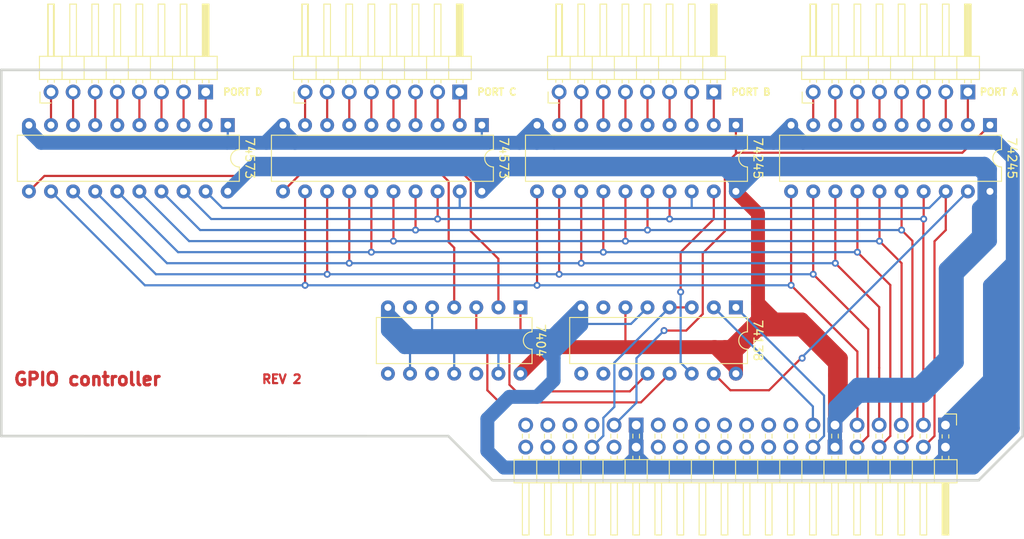
<source format=kicad_pcb>
(kicad_pcb (version 20171130) (host pcbnew "(5.1.10)-1")

  (general
    (thickness 1.6)
    (drawings 124)
    (tracks 341)
    (zones 0)
    (modules 11)
    (nets 1)
  )

  (page User 799.998 599.999)
  (layers
    (0 F.Cu signal)
    (31 B.Cu signal)
    (32 B.Adhes user)
    (33 F.Adhes user)
    (34 B.Paste user)
    (35 F.Paste user)
    (36 B.SilkS user)
    (37 F.SilkS user)
    (38 B.Mask user)
    (39 F.Mask user)
    (40 Dwgs.User user)
    (41 Cmts.User user hide)
    (42 Eco1.User user hide)
    (43 Eco2.User user hide)
    (44 Edge.Cuts user)
    (45 Margin user hide)
    (46 B.CrtYd user hide)
    (47 F.CrtYd user hide)
    (48 B.Fab user hide)
    (49 F.Fab user hide)
  )

  (setup
    (last_trace_width 0.25)
    (user_trace_width 1)
    (user_trace_width 1.6)
    (user_trace_width 2.5)
    (user_trace_width 6.5)
    (trace_clearance 0.2)
    (zone_clearance 0.508)
    (zone_45_only yes)
    (trace_min 0.2)
    (via_size 0.8)
    (via_drill 0.4)
    (via_min_size 0.4)
    (via_min_drill 0.3)
    (user_via 0.54 0.3)
    (user_via 1.2 0.7)
    (user_via 1.5 0.9)
    (uvia_size 0.3)
    (uvia_drill 0.1)
    (uvias_allowed no)
    (uvia_min_size 0.2)
    (uvia_min_drill 0.1)
    (edge_width 0.05)
    (segment_width 0.2)
    (pcb_text_width 0.3)
    (pcb_text_size 1.5 1.5)
    (mod_edge_width 0.12)
    (mod_text_size 1 1)
    (mod_text_width 0.15)
    (pad_size 1.7 1.7)
    (pad_drill 1)
    (pad_to_mask_clearance 0)
    (aux_axis_origin 0 0)
    (visible_elements 7FFFEFFF)
    (pcbplotparams
      (layerselection 0x010f0_ffffffff)
      (usegerberextensions false)
      (usegerberattributes true)
      (usegerberadvancedattributes true)
      (creategerberjobfile true)
      (excludeedgelayer true)
      (linewidth 0.100000)
      (plotframeref false)
      (viasonmask false)
      (mode 1)
      (useauxorigin false)
      (hpglpennumber 1)
      (hpglpenspeed 20)
      (hpglpendiameter 15.000000)
      (psnegative false)
      (psa4output false)
      (plotreference true)
      (plotvalue true)
      (plotinvisibletext false)
      (padsonsilk false)
      (subtractmaskfromsilk false)
      (outputformat 1)
      (mirror false)
      (drillshape 0)
      (scaleselection 1)
      (outputdirectory "C:/Users/admin/Desktop/GPIO_controller_V2"))
  )

  (net 0 "")

  (net_class Default "This is the default net class."
    (clearance 0.2)
    (trace_width 0.25)
    (via_dia 0.8)
    (via_drill 0.4)
    (uvia_dia 0.3)
    (uvia_drill 0.1)
  )

  (module Package_DIP:DIP-16_W7.62mm (layer F.Cu) (tedit 5A02E8C5) (tstamp 61628571)
    (at 455.295 279.273 270)
    (descr "16-lead though-hole mounted DIP package, row spacing 7.62 mm (300 mils)")
    (tags "THT DIP DIL PDIP 2.54mm 7.62mm 300mil")
    (fp_text reference 74138 (at 3.81 -2.54 270 unlocked) (layer F.SilkS)
      (effects (font (size 1 1) (thickness 0.15)))
    )
    (fp_text value DIP-16_W7.62mm (at 3.81 20.11 90) (layer F.Fab)
      (effects (font (size 1 1) (thickness 0.15)))
    )
    (fp_line (start 8.7 -1.55) (end -1.1 -1.55) (layer F.CrtYd) (width 0.05))
    (fp_line (start 8.7 19.3) (end 8.7 -1.55) (layer F.CrtYd) (width 0.05))
    (fp_line (start -1.1 19.3) (end 8.7 19.3) (layer F.CrtYd) (width 0.05))
    (fp_line (start -1.1 -1.55) (end -1.1 19.3) (layer F.CrtYd) (width 0.05))
    (fp_line (start 6.46 -1.33) (end 4.81 -1.33) (layer F.SilkS) (width 0.12))
    (fp_line (start 6.46 19.11) (end 6.46 -1.33) (layer F.SilkS) (width 0.12))
    (fp_line (start 1.16 19.11) (end 6.46 19.11) (layer F.SilkS) (width 0.12))
    (fp_line (start 1.16 -1.33) (end 1.16 19.11) (layer F.SilkS) (width 0.12))
    (fp_line (start 2.81 -1.33) (end 1.16 -1.33) (layer F.SilkS) (width 0.12))
    (fp_line (start 0.635 -0.27) (end 1.635 -1.27) (layer F.Fab) (width 0.1))
    (fp_line (start 0.635 19.05) (end 0.635 -0.27) (layer F.Fab) (width 0.1))
    (fp_line (start 6.985 19.05) (end 0.635 19.05) (layer F.Fab) (width 0.1))
    (fp_line (start 6.985 -1.27) (end 6.985 19.05) (layer F.Fab) (width 0.1))
    (fp_line (start 1.635 -1.27) (end 6.985 -1.27) (layer F.Fab) (width 0.1))
    (fp_arc (start 3.81 -1.33) (end 2.81 -1.33) (angle -180) (layer F.SilkS) (width 0.12))
    (fp_text user %R (at 3.81 8.89 90) (layer F.Fab)
      (effects (font (size 1 1) (thickness 0.15)))
    )
    (pad 1 thru_hole rect (at 0 0 270) (size 1.6 1.6) (drill 0.8) (layers *.Cu *.Mask))
    (pad 9 thru_hole oval (at 7.62 17.78 270) (size 1.6 1.6) (drill 0.8) (layers *.Cu *.Mask))
    (pad 2 thru_hole oval (at 0 2.54 270) (size 1.6 1.6) (drill 0.8) (layers *.Cu *.Mask))
    (pad 10 thru_hole oval (at 7.62 15.24 270) (size 1.6 1.6) (drill 0.8) (layers *.Cu *.Mask))
    (pad 3 thru_hole oval (at 0 5.08 270) (size 1.6 1.6) (drill 0.8) (layers *.Cu *.Mask))
    (pad 11 thru_hole oval (at 7.62 12.7 270) (size 1.6 1.6) (drill 0.8) (layers *.Cu *.Mask))
    (pad 4 thru_hole oval (at 0 7.62 270) (size 1.6 1.6) (drill 0.8) (layers *.Cu *.Mask))
    (pad 12 thru_hole oval (at 7.62 10.16 270) (size 1.6 1.6) (drill 0.8) (layers *.Cu *.Mask))
    (pad 5 thru_hole oval (at 0 10.16 270) (size 1.6 1.6) (drill 0.8) (layers *.Cu *.Mask))
    (pad 13 thru_hole oval (at 7.62 7.62 270) (size 1.6 1.6) (drill 0.8) (layers *.Cu *.Mask))
    (pad 6 thru_hole oval (at 0 12.7 270) (size 1.6 1.6) (drill 0.8) (layers *.Cu *.Mask))
    (pad 14 thru_hole oval (at 7.62 5.08 270) (size 1.6 1.6) (drill 0.8) (layers *.Cu *.Mask))
    (pad 7 thru_hole oval (at 0 15.24 270) (size 1.6 1.6) (drill 0.8) (layers *.Cu *.Mask))
    (pad 15 thru_hole oval (at 7.62 2.54 270) (size 1.6 1.6) (drill 0.8) (layers *.Cu *.Mask))
    (pad 8 thru_hole oval (at 0 17.78 270) (size 1.6 1.6) (drill 0.8) (layers *.Cu *.Mask))
    (pad 16 thru_hole oval (at 7.62 0 270) (size 1.6 1.6) (drill 0.8) (layers *.Cu *.Mask))
    (model ${KISYS3DMOD}/Package_DIP.3dshapes/DIP-16_W7.62mm.wrl
      (at (xyz 0 0 0))
      (scale (xyz 1 1 1))
      (rotate (xyz 0 0 0))
    )
  )

  (module Connector_PinHeader_2.54mm:PinHeader_1x08_P2.54mm_Horizontal_Inverse (layer F.Cu) (tedit 614FDD47) (tstamp 61629EDF)
    (at 376.555 254.508 90)
    (descr "Through hole angled pin header, 1x08, 2.54mm pitch, 6mm pin length, single row")
    (tags "Through hole angled pin header THT 1x08 2.54mm single row")
    (fp_text reference " " (at 0 -1.905) (layer F.SilkS) hide
      (effects (font (size 1.25 1.25) (thickness 0.2)) (justify right))
    )
    (fp_text value PinHeader_1x08_P2.54mm_Horizontal_Inverse (at 4.385 20.05 -90) (layer F.Fab)
      (effects (font (size 1 1) (thickness 0.15)))
    )
    (fp_line (start 10.55 -1.8) (end -1.8 -1.8) (layer F.CrtYd) (width 0.05))
    (fp_line (start 10.55 19.55) (end 10.55 -1.8) (layer F.CrtYd) (width 0.05))
    (fp_line (start -1.8 19.55) (end 10.55 19.55) (layer F.CrtYd) (width 0.05))
    (fp_line (start -1.8 -1.8) (end -1.8 19.55) (layer F.CrtYd) (width 0.05))
    (fp_line (start -1.27 -1.27) (end 0 -1.27) (layer F.SilkS) (width 0.12))
    (fp_line (start -1.27 0) (end -1.27 -1.27) (layer F.SilkS) (width 0.12))
    (fp_line (start 1.042929 18.16) (end 1.44 18.16) (layer F.SilkS) (width 0.12))
    (fp_line (start 1.042929 17.4) (end 1.44 17.4) (layer F.SilkS) (width 0.12))
    (fp_line (start 10.1 18.16) (end 4.1 18.16) (layer F.SilkS) (width 0.12))
    (fp_line (start 10.1 17.4) (end 10.1 18.16) (layer F.SilkS) (width 0.12))
    (fp_line (start 4.1 17.4) (end 10.1 17.4) (layer F.SilkS) (width 0.12))
    (fp_line (start 1.44 16.51) (end 4.1 16.51) (layer F.SilkS) (width 0.12))
    (fp_line (start 1.042929 15.62) (end 1.44 15.62) (layer F.SilkS) (width 0.12))
    (fp_line (start 1.042929 14.86) (end 1.44 14.86) (layer F.SilkS) (width 0.12))
    (fp_line (start 10.1 15.62) (end 4.1 15.62) (layer F.SilkS) (width 0.12))
    (fp_line (start 10.1 14.86) (end 10.1 15.62) (layer F.SilkS) (width 0.12))
    (fp_line (start 4.1 14.86) (end 10.1 14.86) (layer F.SilkS) (width 0.12))
    (fp_line (start 1.44 13.97) (end 4.1 13.97) (layer F.SilkS) (width 0.12))
    (fp_line (start 1.042929 13.08) (end 1.44 13.08) (layer F.SilkS) (width 0.12))
    (fp_line (start 1.042929 12.32) (end 1.44 12.32) (layer F.SilkS) (width 0.12))
    (fp_line (start 10.1 13.08) (end 4.1 13.08) (layer F.SilkS) (width 0.12))
    (fp_line (start 10.1 12.32) (end 10.1 13.08) (layer F.SilkS) (width 0.12))
    (fp_line (start 4.1 12.32) (end 10.1 12.32) (layer F.SilkS) (width 0.12))
    (fp_line (start 1.44 11.43) (end 4.1 11.43) (layer F.SilkS) (width 0.12))
    (fp_line (start 1.042929 10.54) (end 1.44 10.54) (layer F.SilkS) (width 0.12))
    (fp_line (start 1.042929 9.78) (end 1.44 9.78) (layer F.SilkS) (width 0.12))
    (fp_line (start 10.1 10.54) (end 4.1 10.54) (layer F.SilkS) (width 0.12))
    (fp_line (start 10.1 9.78) (end 10.1 10.54) (layer F.SilkS) (width 0.12))
    (fp_line (start 4.1 9.78) (end 10.1 9.78) (layer F.SilkS) (width 0.12))
    (fp_line (start 1.44 8.89) (end 4.1 8.89) (layer F.SilkS) (width 0.12))
    (fp_line (start 1.042929 8) (end 1.44 8) (layer F.SilkS) (width 0.12))
    (fp_line (start 1.042929 7.24) (end 1.44 7.24) (layer F.SilkS) (width 0.12))
    (fp_line (start 10.1 8) (end 4.1 8) (layer F.SilkS) (width 0.12))
    (fp_line (start 10.1 7.24) (end 10.1 8) (layer F.SilkS) (width 0.12))
    (fp_line (start 4.1 7.24) (end 10.1 7.24) (layer F.SilkS) (width 0.12))
    (fp_line (start 1.44 6.35) (end 4.1 6.35) (layer F.SilkS) (width 0.12))
    (fp_line (start 1.042929 5.46) (end 1.44 5.46) (layer F.SilkS) (width 0.12))
    (fp_line (start 1.042929 4.7) (end 1.44 4.7) (layer F.SilkS) (width 0.12))
    (fp_line (start 10.1 5.46) (end 4.1 5.46) (layer F.SilkS) (width 0.12))
    (fp_line (start 10.1 4.7) (end 10.1 5.46) (layer F.SilkS) (width 0.12))
    (fp_line (start 4.1 4.7) (end 10.1 4.7) (layer F.SilkS) (width 0.12))
    (fp_line (start 1.44 3.81) (end 4.1 3.81) (layer F.SilkS) (width 0.12))
    (fp_line (start 1.042929 2.92) (end 1.44 2.92) (layer F.SilkS) (width 0.12))
    (fp_line (start 1.042929 2.16) (end 1.44 2.16) (layer F.SilkS) (width 0.12))
    (fp_line (start 10.1 2.92) (end 4.1 2.92) (layer F.SilkS) (width 0.12))
    (fp_line (start 10.1 2.16) (end 10.1 2.92) (layer F.SilkS) (width 0.12))
    (fp_line (start 4.1 2.16) (end 10.1 2.16) (layer F.SilkS) (width 0.12))
    (fp_line (start 1.44 1.27) (end 4.1 1.27) (layer F.SilkS) (width 0.12))
    (fp_line (start 1.11 0.38) (end 1.44 0.38) (layer F.SilkS) (width 0.12))
    (fp_line (start 1.11 -0.38) (end 1.44 -0.38) (layer F.SilkS) (width 0.12))
    (fp_line (start 4.1 0.28) (end 10.1 0.28) (layer F.SilkS) (width 0.12))
    (fp_line (start 4.1 17.94) (end 10.1 17.94) (layer F.SilkS) (width 0.12))
    (fp_line (start 4.1 17.82) (end 10.1 17.82) (layer F.SilkS) (width 0.12))
    (fp_line (start 4.1 17.7) (end 10.1 17.7) (layer F.SilkS) (width 0.12))
    (fp_line (start 4.1 17.58) (end 10.1 17.58) (layer F.SilkS) (width 0.12))
    (fp_line (start 4.1 -0.32) (end 10.1 -0.32) (layer F.SilkS) (width 0.12))
    (fp_line (start 10.1 0.38) (end 4.1 0.38) (layer F.SilkS) (width 0.12))
    (fp_line (start 10.1 -0.38) (end 10.1 0.38) (layer F.SilkS) (width 0.12))
    (fp_line (start 4.1 -0.38) (end 10.1 -0.38) (layer F.SilkS) (width 0.12))
    (fp_line (start 4.1 -1.33) (end 1.44 -1.33) (layer F.SilkS) (width 0.12))
    (fp_line (start 4.1 19.11) (end 4.1 -1.33) (layer F.SilkS) (width 0.12))
    (fp_line (start 1.44 19.11) (end 4.1 19.11) (layer F.SilkS) (width 0.12))
    (fp_line (start 1.44 -1.33) (end 1.44 19.11) (layer F.SilkS) (width 0.12))
    (fp_line (start 4.04 18.1) (end 10.04 18.1) (layer F.Fab) (width 0.1))
    (fp_line (start 10.04 17.46) (end 10.04 18.1) (layer F.Fab) (width 0.1))
    (fp_line (start 4.04 17.46) (end 10.04 17.46) (layer F.Fab) (width 0.1))
    (fp_line (start -0.32 18.1) (end 1.5 18.1) (layer F.Fab) (width 0.1))
    (fp_line (start -0.32 17.46) (end -0.32 18.1) (layer F.Fab) (width 0.1))
    (fp_line (start -0.32 17.46) (end 1.5 17.46) (layer F.Fab) (width 0.1))
    (fp_line (start 4.04 15.56) (end 10.04 15.56) (layer F.Fab) (width 0.1))
    (fp_line (start 10.04 14.92) (end 10.04 15.56) (layer F.Fab) (width 0.1))
    (fp_line (start 4.04 14.92) (end 10.04 14.92) (layer F.Fab) (width 0.1))
    (fp_line (start -0.32 15.56) (end 1.5 15.56) (layer F.Fab) (width 0.1))
    (fp_line (start -0.32 14.92) (end -0.32 15.56) (layer F.Fab) (width 0.1))
    (fp_line (start -0.32 14.92) (end 1.5 14.92) (layer F.Fab) (width 0.1))
    (fp_line (start 4.04 13.02) (end 10.04 13.02) (layer F.Fab) (width 0.1))
    (fp_line (start 10.04 12.38) (end 10.04 13.02) (layer F.Fab) (width 0.1))
    (fp_line (start 4.04 12.38) (end 10.04 12.38) (layer F.Fab) (width 0.1))
    (fp_line (start -0.32 13.02) (end 1.5 13.02) (layer F.Fab) (width 0.1))
    (fp_line (start -0.32 12.38) (end -0.32 13.02) (layer F.Fab) (width 0.1))
    (fp_line (start -0.32 12.38) (end 1.5 12.38) (layer F.Fab) (width 0.1))
    (fp_line (start 4.04 10.48) (end 10.04 10.48) (layer F.Fab) (width 0.1))
    (fp_line (start 10.04 9.84) (end 10.04 10.48) (layer F.Fab) (width 0.1))
    (fp_line (start 4.04 9.84) (end 10.04 9.84) (layer F.Fab) (width 0.1))
    (fp_line (start -0.32 10.48) (end 1.5 10.48) (layer F.Fab) (width 0.1))
    (fp_line (start -0.32 9.84) (end -0.32 10.48) (layer F.Fab) (width 0.1))
    (fp_line (start -0.32 9.84) (end 1.5 9.84) (layer F.Fab) (width 0.1))
    (fp_line (start 4.04 7.94) (end 10.04 7.94) (layer F.Fab) (width 0.1))
    (fp_line (start 10.04 7.3) (end 10.04 7.94) (layer F.Fab) (width 0.1))
    (fp_line (start 4.04 7.3) (end 10.04 7.3) (layer F.Fab) (width 0.1))
    (fp_line (start -0.32 7.94) (end 1.5 7.94) (layer F.Fab) (width 0.1))
    (fp_line (start -0.32 7.3) (end -0.32 7.94) (layer F.Fab) (width 0.1))
    (fp_line (start -0.32 7.3) (end 1.5 7.3) (layer F.Fab) (width 0.1))
    (fp_line (start 4.04 5.4) (end 10.04 5.4) (layer F.Fab) (width 0.1))
    (fp_line (start 10.04 4.76) (end 10.04 5.4) (layer F.Fab) (width 0.1))
    (fp_line (start 4.04 4.76) (end 10.04 4.76) (layer F.Fab) (width 0.1))
    (fp_line (start -0.32 5.4) (end 1.5 5.4) (layer F.Fab) (width 0.1))
    (fp_line (start -0.32 4.76) (end -0.32 5.4) (layer F.Fab) (width 0.1))
    (fp_line (start -0.32 4.76) (end 1.5 4.76) (layer F.Fab) (width 0.1))
    (fp_line (start 4.04 2.86) (end 10.04 2.86) (layer F.Fab) (width 0.1))
    (fp_line (start 10.04 2.22) (end 10.04 2.86) (layer F.Fab) (width 0.1))
    (fp_line (start 4.04 2.22) (end 10.04 2.22) (layer F.Fab) (width 0.1))
    (fp_line (start -0.32 2.86) (end 1.5 2.86) (layer F.Fab) (width 0.1))
    (fp_line (start -0.32 2.22) (end -0.32 2.86) (layer F.Fab) (width 0.1))
    (fp_line (start -0.32 2.22) (end 1.5 2.22) (layer F.Fab) (width 0.1))
    (fp_line (start 4.04 0.32) (end 10.04 0.32) (layer F.Fab) (width 0.1))
    (fp_line (start 10.04 -0.32) (end 10.04 0.32) (layer F.Fab) (width 0.1))
    (fp_line (start 4.04 -0.32) (end 10.04 -0.32) (layer F.Fab) (width 0.1))
    (fp_line (start -0.32 0.32) (end 1.5 0.32) (layer F.Fab) (width 0.1))
    (fp_line (start -0.32 -0.32) (end -0.32 0.32) (layer F.Fab) (width 0.1))
    (fp_line (start -0.32 -0.32) (end 1.5 -0.32) (layer F.Fab) (width 0.1))
    (fp_line (start 1.5 -0.635) (end 2.135 -1.27) (layer F.Fab) (width 0.1))
    (fp_line (start 1.5 19.05) (end 1.5 -0.635) (layer F.Fab) (width 0.1))
    (fp_line (start 4.04 19.05) (end 1.5 19.05) (layer F.Fab) (width 0.1))
    (fp_line (start 4.04 -1.27) (end 4.04 19.05) (layer F.Fab) (width 0.1))
    (fp_line (start 2.135 -1.27) (end 4.04 -1.27) (layer F.Fab) (width 0.1))
    (fp_line (start 4.1 17.4828) (end 10.1 17.4828) (layer F.SilkS) (width 0.12))
    (fp_line (start 4.1 18.0416) (end 10.1 18.0416) (layer F.SilkS) (width 0.12))
    (fp_text user %R (at 2.77 8.89) (layer F.Fab)
      (effects (font (size 1 1) (thickness 0.15)))
    )
    (pad 8 thru_hole circle (at 0 0 90) (size 1.7 1.7) (drill 1) (layers *.Cu *.Mask))
    (pad 7 thru_hole oval (at 0 2.54 90) (size 1.7 1.7) (drill 1) (layers *.Cu *.Mask))
    (pad 6 thru_hole oval (at 0 5.08 90) (size 1.7 1.7) (drill 1) (layers *.Cu *.Mask))
    (pad 5 thru_hole oval (at 0 7.62 90) (size 1.7 1.7) (drill 1) (layers *.Cu *.Mask))
    (pad 4 thru_hole oval (at 0 10.16 90) (size 1.7 1.7) (drill 1) (layers *.Cu *.Mask))
    (pad 3 thru_hole oval (at 0 12.7 90) (size 1.7 1.7) (drill 1) (layers *.Cu *.Mask))
    (pad 2 thru_hole oval (at 0 15.24 90) (size 1.7 1.7) (drill 1) (layers *.Cu *.Mask))
    (pad 1 thru_hole rect (at 0 17.78 90) (size 1.7 1.7) (drill 1) (layers *.Cu *.Mask))
    (model ${KISYS3DMOD}/Connector_PinHeader_2.54mm.3dshapes/PinHeader_1x08_P2.54mm_Horizontal.wrl
      (at (xyz 0 0 0))
      (scale (xyz 1 1 1))
      (rotate (xyz 0 0 0))
    )
  )

  (module Connector_PinHeader_2.54mm:PinHeader_1x08_P2.54mm_Horizontal_Inverse (layer F.Cu) (tedit 614FDD47) (tstamp 61629EDF)
    (at 405.765 254.508 90)
    (descr "Through hole angled pin header, 1x08, 2.54mm pitch, 6mm pin length, single row")
    (tags "Through hole angled pin header THT 1x08 2.54mm single row")
    (fp_text reference " " (at 0 -1.905) (layer F.SilkS) hide
      (effects (font (size 1.25 1.25) (thickness 0.2)) (justify right))
    )
    (fp_text value PinHeader_1x08_P2.54mm_Horizontal_Inverse (at 4.385 20.05 -90) (layer F.Fab)
      (effects (font (size 1 1) (thickness 0.15)))
    )
    (fp_line (start 10.55 -1.8) (end -1.8 -1.8) (layer F.CrtYd) (width 0.05))
    (fp_line (start 10.55 19.55) (end 10.55 -1.8) (layer F.CrtYd) (width 0.05))
    (fp_line (start -1.8 19.55) (end 10.55 19.55) (layer F.CrtYd) (width 0.05))
    (fp_line (start -1.8 -1.8) (end -1.8 19.55) (layer F.CrtYd) (width 0.05))
    (fp_line (start -1.27 -1.27) (end 0 -1.27) (layer F.SilkS) (width 0.12))
    (fp_line (start -1.27 0) (end -1.27 -1.27) (layer F.SilkS) (width 0.12))
    (fp_line (start 1.042929 18.16) (end 1.44 18.16) (layer F.SilkS) (width 0.12))
    (fp_line (start 1.042929 17.4) (end 1.44 17.4) (layer F.SilkS) (width 0.12))
    (fp_line (start 10.1 18.16) (end 4.1 18.16) (layer F.SilkS) (width 0.12))
    (fp_line (start 10.1 17.4) (end 10.1 18.16) (layer F.SilkS) (width 0.12))
    (fp_line (start 4.1 17.4) (end 10.1 17.4) (layer F.SilkS) (width 0.12))
    (fp_line (start 1.44 16.51) (end 4.1 16.51) (layer F.SilkS) (width 0.12))
    (fp_line (start 1.042929 15.62) (end 1.44 15.62) (layer F.SilkS) (width 0.12))
    (fp_line (start 1.042929 14.86) (end 1.44 14.86) (layer F.SilkS) (width 0.12))
    (fp_line (start 10.1 15.62) (end 4.1 15.62) (layer F.SilkS) (width 0.12))
    (fp_line (start 10.1 14.86) (end 10.1 15.62) (layer F.SilkS) (width 0.12))
    (fp_line (start 4.1 14.86) (end 10.1 14.86) (layer F.SilkS) (width 0.12))
    (fp_line (start 1.44 13.97) (end 4.1 13.97) (layer F.SilkS) (width 0.12))
    (fp_line (start 1.042929 13.08) (end 1.44 13.08) (layer F.SilkS) (width 0.12))
    (fp_line (start 1.042929 12.32) (end 1.44 12.32) (layer F.SilkS) (width 0.12))
    (fp_line (start 10.1 13.08) (end 4.1 13.08) (layer F.SilkS) (width 0.12))
    (fp_line (start 10.1 12.32) (end 10.1 13.08) (layer F.SilkS) (width 0.12))
    (fp_line (start 4.1 12.32) (end 10.1 12.32) (layer F.SilkS) (width 0.12))
    (fp_line (start 1.44 11.43) (end 4.1 11.43) (layer F.SilkS) (width 0.12))
    (fp_line (start 1.042929 10.54) (end 1.44 10.54) (layer F.SilkS) (width 0.12))
    (fp_line (start 1.042929 9.78) (end 1.44 9.78) (layer F.SilkS) (width 0.12))
    (fp_line (start 10.1 10.54) (end 4.1 10.54) (layer F.SilkS) (width 0.12))
    (fp_line (start 10.1 9.78) (end 10.1 10.54) (layer F.SilkS) (width 0.12))
    (fp_line (start 4.1 9.78) (end 10.1 9.78) (layer F.SilkS) (width 0.12))
    (fp_line (start 1.44 8.89) (end 4.1 8.89) (layer F.SilkS) (width 0.12))
    (fp_line (start 1.042929 8) (end 1.44 8) (layer F.SilkS) (width 0.12))
    (fp_line (start 1.042929 7.24) (end 1.44 7.24) (layer F.SilkS) (width 0.12))
    (fp_line (start 10.1 8) (end 4.1 8) (layer F.SilkS) (width 0.12))
    (fp_line (start 10.1 7.24) (end 10.1 8) (layer F.SilkS) (width 0.12))
    (fp_line (start 4.1 7.24) (end 10.1 7.24) (layer F.SilkS) (width 0.12))
    (fp_line (start 1.44 6.35) (end 4.1 6.35) (layer F.SilkS) (width 0.12))
    (fp_line (start 1.042929 5.46) (end 1.44 5.46) (layer F.SilkS) (width 0.12))
    (fp_line (start 1.042929 4.7) (end 1.44 4.7) (layer F.SilkS) (width 0.12))
    (fp_line (start 10.1 5.46) (end 4.1 5.46) (layer F.SilkS) (width 0.12))
    (fp_line (start 10.1 4.7) (end 10.1 5.46) (layer F.SilkS) (width 0.12))
    (fp_line (start 4.1 4.7) (end 10.1 4.7) (layer F.SilkS) (width 0.12))
    (fp_line (start 1.44 3.81) (end 4.1 3.81) (layer F.SilkS) (width 0.12))
    (fp_line (start 1.042929 2.92) (end 1.44 2.92) (layer F.SilkS) (width 0.12))
    (fp_line (start 1.042929 2.16) (end 1.44 2.16) (layer F.SilkS) (width 0.12))
    (fp_line (start 10.1 2.92) (end 4.1 2.92) (layer F.SilkS) (width 0.12))
    (fp_line (start 10.1 2.16) (end 10.1 2.92) (layer F.SilkS) (width 0.12))
    (fp_line (start 4.1 2.16) (end 10.1 2.16) (layer F.SilkS) (width 0.12))
    (fp_line (start 1.44 1.27) (end 4.1 1.27) (layer F.SilkS) (width 0.12))
    (fp_line (start 1.11 0.38) (end 1.44 0.38) (layer F.SilkS) (width 0.12))
    (fp_line (start 1.11 -0.38) (end 1.44 -0.38) (layer F.SilkS) (width 0.12))
    (fp_line (start 4.1 0.28) (end 10.1 0.28) (layer F.SilkS) (width 0.12))
    (fp_line (start 4.1 17.94) (end 10.1 17.94) (layer F.SilkS) (width 0.12))
    (fp_line (start 4.1 17.82) (end 10.1 17.82) (layer F.SilkS) (width 0.12))
    (fp_line (start 4.1 17.7) (end 10.1 17.7) (layer F.SilkS) (width 0.12))
    (fp_line (start 4.1 17.58) (end 10.1 17.58) (layer F.SilkS) (width 0.12))
    (fp_line (start 4.1 -0.32) (end 10.1 -0.32) (layer F.SilkS) (width 0.12))
    (fp_line (start 10.1 0.38) (end 4.1 0.38) (layer F.SilkS) (width 0.12))
    (fp_line (start 10.1 -0.38) (end 10.1 0.38) (layer F.SilkS) (width 0.12))
    (fp_line (start 4.1 -0.38) (end 10.1 -0.38) (layer F.SilkS) (width 0.12))
    (fp_line (start 4.1 -1.33) (end 1.44 -1.33) (layer F.SilkS) (width 0.12))
    (fp_line (start 4.1 19.11) (end 4.1 -1.33) (layer F.SilkS) (width 0.12))
    (fp_line (start 1.44 19.11) (end 4.1 19.11) (layer F.SilkS) (width 0.12))
    (fp_line (start 1.44 -1.33) (end 1.44 19.11) (layer F.SilkS) (width 0.12))
    (fp_line (start 4.04 18.1) (end 10.04 18.1) (layer F.Fab) (width 0.1))
    (fp_line (start 10.04 17.46) (end 10.04 18.1) (layer F.Fab) (width 0.1))
    (fp_line (start 4.04 17.46) (end 10.04 17.46) (layer F.Fab) (width 0.1))
    (fp_line (start -0.32 18.1) (end 1.5 18.1) (layer F.Fab) (width 0.1))
    (fp_line (start -0.32 17.46) (end -0.32 18.1) (layer F.Fab) (width 0.1))
    (fp_line (start -0.32 17.46) (end 1.5 17.46) (layer F.Fab) (width 0.1))
    (fp_line (start 4.04 15.56) (end 10.04 15.56) (layer F.Fab) (width 0.1))
    (fp_line (start 10.04 14.92) (end 10.04 15.56) (layer F.Fab) (width 0.1))
    (fp_line (start 4.04 14.92) (end 10.04 14.92) (layer F.Fab) (width 0.1))
    (fp_line (start -0.32 15.56) (end 1.5 15.56) (layer F.Fab) (width 0.1))
    (fp_line (start -0.32 14.92) (end -0.32 15.56) (layer F.Fab) (width 0.1))
    (fp_line (start -0.32 14.92) (end 1.5 14.92) (layer F.Fab) (width 0.1))
    (fp_line (start 4.04 13.02) (end 10.04 13.02) (layer F.Fab) (width 0.1))
    (fp_line (start 10.04 12.38) (end 10.04 13.02) (layer F.Fab) (width 0.1))
    (fp_line (start 4.04 12.38) (end 10.04 12.38) (layer F.Fab) (width 0.1))
    (fp_line (start -0.32 13.02) (end 1.5 13.02) (layer F.Fab) (width 0.1))
    (fp_line (start -0.32 12.38) (end -0.32 13.02) (layer F.Fab) (width 0.1))
    (fp_line (start -0.32 12.38) (end 1.5 12.38) (layer F.Fab) (width 0.1))
    (fp_line (start 4.04 10.48) (end 10.04 10.48) (layer F.Fab) (width 0.1))
    (fp_line (start 10.04 9.84) (end 10.04 10.48) (layer F.Fab) (width 0.1))
    (fp_line (start 4.04 9.84) (end 10.04 9.84) (layer F.Fab) (width 0.1))
    (fp_line (start -0.32 10.48) (end 1.5 10.48) (layer F.Fab) (width 0.1))
    (fp_line (start -0.32 9.84) (end -0.32 10.48) (layer F.Fab) (width 0.1))
    (fp_line (start -0.32 9.84) (end 1.5 9.84) (layer F.Fab) (width 0.1))
    (fp_line (start 4.04 7.94) (end 10.04 7.94) (layer F.Fab) (width 0.1))
    (fp_line (start 10.04 7.3) (end 10.04 7.94) (layer F.Fab) (width 0.1))
    (fp_line (start 4.04 7.3) (end 10.04 7.3) (layer F.Fab) (width 0.1))
    (fp_line (start -0.32 7.94) (end 1.5 7.94) (layer F.Fab) (width 0.1))
    (fp_line (start -0.32 7.3) (end -0.32 7.94) (layer F.Fab) (width 0.1))
    (fp_line (start -0.32 7.3) (end 1.5 7.3) (layer F.Fab) (width 0.1))
    (fp_line (start 4.04 5.4) (end 10.04 5.4) (layer F.Fab) (width 0.1))
    (fp_line (start 10.04 4.76) (end 10.04 5.4) (layer F.Fab) (width 0.1))
    (fp_line (start 4.04 4.76) (end 10.04 4.76) (layer F.Fab) (width 0.1))
    (fp_line (start -0.32 5.4) (end 1.5 5.4) (layer F.Fab) (width 0.1))
    (fp_line (start -0.32 4.76) (end -0.32 5.4) (layer F.Fab) (width 0.1))
    (fp_line (start -0.32 4.76) (end 1.5 4.76) (layer F.Fab) (width 0.1))
    (fp_line (start 4.04 2.86) (end 10.04 2.86) (layer F.Fab) (width 0.1))
    (fp_line (start 10.04 2.22) (end 10.04 2.86) (layer F.Fab) (width 0.1))
    (fp_line (start 4.04 2.22) (end 10.04 2.22) (layer F.Fab) (width 0.1))
    (fp_line (start -0.32 2.86) (end 1.5 2.86) (layer F.Fab) (width 0.1))
    (fp_line (start -0.32 2.22) (end -0.32 2.86) (layer F.Fab) (width 0.1))
    (fp_line (start -0.32 2.22) (end 1.5 2.22) (layer F.Fab) (width 0.1))
    (fp_line (start 4.04 0.32) (end 10.04 0.32) (layer F.Fab) (width 0.1))
    (fp_line (start 10.04 -0.32) (end 10.04 0.32) (layer F.Fab) (width 0.1))
    (fp_line (start 4.04 -0.32) (end 10.04 -0.32) (layer F.Fab) (width 0.1))
    (fp_line (start -0.32 0.32) (end 1.5 0.32) (layer F.Fab) (width 0.1))
    (fp_line (start -0.32 -0.32) (end -0.32 0.32) (layer F.Fab) (width 0.1))
    (fp_line (start -0.32 -0.32) (end 1.5 -0.32) (layer F.Fab) (width 0.1))
    (fp_line (start 1.5 -0.635) (end 2.135 -1.27) (layer F.Fab) (width 0.1))
    (fp_line (start 1.5 19.05) (end 1.5 -0.635) (layer F.Fab) (width 0.1))
    (fp_line (start 4.04 19.05) (end 1.5 19.05) (layer F.Fab) (width 0.1))
    (fp_line (start 4.04 -1.27) (end 4.04 19.05) (layer F.Fab) (width 0.1))
    (fp_line (start 2.135 -1.27) (end 4.04 -1.27) (layer F.Fab) (width 0.1))
    (fp_line (start 4.1 17.4828) (end 10.1 17.4828) (layer F.SilkS) (width 0.12))
    (fp_line (start 4.1 18.0416) (end 10.1 18.0416) (layer F.SilkS) (width 0.12))
    (fp_text user %R (at 2.77 8.89) (layer F.Fab)
      (effects (font (size 1 1) (thickness 0.15)))
    )
    (pad 8 thru_hole circle (at 0 0 90) (size 1.7 1.7) (drill 1) (layers *.Cu *.Mask))
    (pad 7 thru_hole oval (at 0 2.54 90) (size 1.7 1.7) (drill 1) (layers *.Cu *.Mask))
    (pad 6 thru_hole oval (at 0 5.08 90) (size 1.7 1.7) (drill 1) (layers *.Cu *.Mask))
    (pad 5 thru_hole oval (at 0 7.62 90) (size 1.7 1.7) (drill 1) (layers *.Cu *.Mask))
    (pad 4 thru_hole oval (at 0 10.16 90) (size 1.7 1.7) (drill 1) (layers *.Cu *.Mask))
    (pad 3 thru_hole oval (at 0 12.7 90) (size 1.7 1.7) (drill 1) (layers *.Cu *.Mask))
    (pad 2 thru_hole oval (at 0 15.24 90) (size 1.7 1.7) (drill 1) (layers *.Cu *.Mask))
    (pad 1 thru_hole rect (at 0 17.78 90) (size 1.7 1.7) (drill 1) (layers *.Cu *.Mask))
    (model ${KISYS3DMOD}/Connector_PinHeader_2.54mm.3dshapes/PinHeader_1x08_P2.54mm_Horizontal.wrl
      (at (xyz 0 0 0))
      (scale (xyz 1 1 1))
      (rotate (xyz 0 0 0))
    )
  )

  (module Connector_PinHeader_2.54mm:PinHeader_1x08_P2.54mm_Horizontal_Inverse (layer F.Cu) (tedit 614FDD47) (tstamp 61629EDF)
    (at 434.975 254.508 90)
    (descr "Through hole angled pin header, 1x08, 2.54mm pitch, 6mm pin length, single row")
    (tags "Through hole angled pin header THT 1x08 2.54mm single row")
    (fp_text reference " " (at 0 -1.905) (layer F.SilkS) hide
      (effects (font (size 1.25 1.25) (thickness 0.2)) (justify right))
    )
    (fp_text value PinHeader_1x08_P2.54mm_Horizontal_Inverse (at 4.385 20.05 -90) (layer F.Fab)
      (effects (font (size 1 1) (thickness 0.15)))
    )
    (fp_line (start 10.55 -1.8) (end -1.8 -1.8) (layer F.CrtYd) (width 0.05))
    (fp_line (start 10.55 19.55) (end 10.55 -1.8) (layer F.CrtYd) (width 0.05))
    (fp_line (start -1.8 19.55) (end 10.55 19.55) (layer F.CrtYd) (width 0.05))
    (fp_line (start -1.8 -1.8) (end -1.8 19.55) (layer F.CrtYd) (width 0.05))
    (fp_line (start -1.27 -1.27) (end 0 -1.27) (layer F.SilkS) (width 0.12))
    (fp_line (start -1.27 0) (end -1.27 -1.27) (layer F.SilkS) (width 0.12))
    (fp_line (start 1.042929 18.16) (end 1.44 18.16) (layer F.SilkS) (width 0.12))
    (fp_line (start 1.042929 17.4) (end 1.44 17.4) (layer F.SilkS) (width 0.12))
    (fp_line (start 10.1 18.16) (end 4.1 18.16) (layer F.SilkS) (width 0.12))
    (fp_line (start 10.1 17.4) (end 10.1 18.16) (layer F.SilkS) (width 0.12))
    (fp_line (start 4.1 17.4) (end 10.1 17.4) (layer F.SilkS) (width 0.12))
    (fp_line (start 1.44 16.51) (end 4.1 16.51) (layer F.SilkS) (width 0.12))
    (fp_line (start 1.042929 15.62) (end 1.44 15.62) (layer F.SilkS) (width 0.12))
    (fp_line (start 1.042929 14.86) (end 1.44 14.86) (layer F.SilkS) (width 0.12))
    (fp_line (start 10.1 15.62) (end 4.1 15.62) (layer F.SilkS) (width 0.12))
    (fp_line (start 10.1 14.86) (end 10.1 15.62) (layer F.SilkS) (width 0.12))
    (fp_line (start 4.1 14.86) (end 10.1 14.86) (layer F.SilkS) (width 0.12))
    (fp_line (start 1.44 13.97) (end 4.1 13.97) (layer F.SilkS) (width 0.12))
    (fp_line (start 1.042929 13.08) (end 1.44 13.08) (layer F.SilkS) (width 0.12))
    (fp_line (start 1.042929 12.32) (end 1.44 12.32) (layer F.SilkS) (width 0.12))
    (fp_line (start 10.1 13.08) (end 4.1 13.08) (layer F.SilkS) (width 0.12))
    (fp_line (start 10.1 12.32) (end 10.1 13.08) (layer F.SilkS) (width 0.12))
    (fp_line (start 4.1 12.32) (end 10.1 12.32) (layer F.SilkS) (width 0.12))
    (fp_line (start 1.44 11.43) (end 4.1 11.43) (layer F.SilkS) (width 0.12))
    (fp_line (start 1.042929 10.54) (end 1.44 10.54) (layer F.SilkS) (width 0.12))
    (fp_line (start 1.042929 9.78) (end 1.44 9.78) (layer F.SilkS) (width 0.12))
    (fp_line (start 10.1 10.54) (end 4.1 10.54) (layer F.SilkS) (width 0.12))
    (fp_line (start 10.1 9.78) (end 10.1 10.54) (layer F.SilkS) (width 0.12))
    (fp_line (start 4.1 9.78) (end 10.1 9.78) (layer F.SilkS) (width 0.12))
    (fp_line (start 1.44 8.89) (end 4.1 8.89) (layer F.SilkS) (width 0.12))
    (fp_line (start 1.042929 8) (end 1.44 8) (layer F.SilkS) (width 0.12))
    (fp_line (start 1.042929 7.24) (end 1.44 7.24) (layer F.SilkS) (width 0.12))
    (fp_line (start 10.1 8) (end 4.1 8) (layer F.SilkS) (width 0.12))
    (fp_line (start 10.1 7.24) (end 10.1 8) (layer F.SilkS) (width 0.12))
    (fp_line (start 4.1 7.24) (end 10.1 7.24) (layer F.SilkS) (width 0.12))
    (fp_line (start 1.44 6.35) (end 4.1 6.35) (layer F.SilkS) (width 0.12))
    (fp_line (start 1.042929 5.46) (end 1.44 5.46) (layer F.SilkS) (width 0.12))
    (fp_line (start 1.042929 4.7) (end 1.44 4.7) (layer F.SilkS) (width 0.12))
    (fp_line (start 10.1 5.46) (end 4.1 5.46) (layer F.SilkS) (width 0.12))
    (fp_line (start 10.1 4.7) (end 10.1 5.46) (layer F.SilkS) (width 0.12))
    (fp_line (start 4.1 4.7) (end 10.1 4.7) (layer F.SilkS) (width 0.12))
    (fp_line (start 1.44 3.81) (end 4.1 3.81) (layer F.SilkS) (width 0.12))
    (fp_line (start 1.042929 2.92) (end 1.44 2.92) (layer F.SilkS) (width 0.12))
    (fp_line (start 1.042929 2.16) (end 1.44 2.16) (layer F.SilkS) (width 0.12))
    (fp_line (start 10.1 2.92) (end 4.1 2.92) (layer F.SilkS) (width 0.12))
    (fp_line (start 10.1 2.16) (end 10.1 2.92) (layer F.SilkS) (width 0.12))
    (fp_line (start 4.1 2.16) (end 10.1 2.16) (layer F.SilkS) (width 0.12))
    (fp_line (start 1.44 1.27) (end 4.1 1.27) (layer F.SilkS) (width 0.12))
    (fp_line (start 1.11 0.38) (end 1.44 0.38) (layer F.SilkS) (width 0.12))
    (fp_line (start 1.11 -0.38) (end 1.44 -0.38) (layer F.SilkS) (width 0.12))
    (fp_line (start 4.1 0.28) (end 10.1 0.28) (layer F.SilkS) (width 0.12))
    (fp_line (start 4.1 17.94) (end 10.1 17.94) (layer F.SilkS) (width 0.12))
    (fp_line (start 4.1 17.82) (end 10.1 17.82) (layer F.SilkS) (width 0.12))
    (fp_line (start 4.1 17.7) (end 10.1 17.7) (layer F.SilkS) (width 0.12))
    (fp_line (start 4.1 17.58) (end 10.1 17.58) (layer F.SilkS) (width 0.12))
    (fp_line (start 4.1 -0.32) (end 10.1 -0.32) (layer F.SilkS) (width 0.12))
    (fp_line (start 10.1 0.38) (end 4.1 0.38) (layer F.SilkS) (width 0.12))
    (fp_line (start 10.1 -0.38) (end 10.1 0.38) (layer F.SilkS) (width 0.12))
    (fp_line (start 4.1 -0.38) (end 10.1 -0.38) (layer F.SilkS) (width 0.12))
    (fp_line (start 4.1 -1.33) (end 1.44 -1.33) (layer F.SilkS) (width 0.12))
    (fp_line (start 4.1 19.11) (end 4.1 -1.33) (layer F.SilkS) (width 0.12))
    (fp_line (start 1.44 19.11) (end 4.1 19.11) (layer F.SilkS) (width 0.12))
    (fp_line (start 1.44 -1.33) (end 1.44 19.11) (layer F.SilkS) (width 0.12))
    (fp_line (start 4.04 18.1) (end 10.04 18.1) (layer F.Fab) (width 0.1))
    (fp_line (start 10.04 17.46) (end 10.04 18.1) (layer F.Fab) (width 0.1))
    (fp_line (start 4.04 17.46) (end 10.04 17.46) (layer F.Fab) (width 0.1))
    (fp_line (start -0.32 18.1) (end 1.5 18.1) (layer F.Fab) (width 0.1))
    (fp_line (start -0.32 17.46) (end -0.32 18.1) (layer F.Fab) (width 0.1))
    (fp_line (start -0.32 17.46) (end 1.5 17.46) (layer F.Fab) (width 0.1))
    (fp_line (start 4.04 15.56) (end 10.04 15.56) (layer F.Fab) (width 0.1))
    (fp_line (start 10.04 14.92) (end 10.04 15.56) (layer F.Fab) (width 0.1))
    (fp_line (start 4.04 14.92) (end 10.04 14.92) (layer F.Fab) (width 0.1))
    (fp_line (start -0.32 15.56) (end 1.5 15.56) (layer F.Fab) (width 0.1))
    (fp_line (start -0.32 14.92) (end -0.32 15.56) (layer F.Fab) (width 0.1))
    (fp_line (start -0.32 14.92) (end 1.5 14.92) (layer F.Fab) (width 0.1))
    (fp_line (start 4.04 13.02) (end 10.04 13.02) (layer F.Fab) (width 0.1))
    (fp_line (start 10.04 12.38) (end 10.04 13.02) (layer F.Fab) (width 0.1))
    (fp_line (start 4.04 12.38) (end 10.04 12.38) (layer F.Fab) (width 0.1))
    (fp_line (start -0.32 13.02) (end 1.5 13.02) (layer F.Fab) (width 0.1))
    (fp_line (start -0.32 12.38) (end -0.32 13.02) (layer F.Fab) (width 0.1))
    (fp_line (start -0.32 12.38) (end 1.5 12.38) (layer F.Fab) (width 0.1))
    (fp_line (start 4.04 10.48) (end 10.04 10.48) (layer F.Fab) (width 0.1))
    (fp_line (start 10.04 9.84) (end 10.04 10.48) (layer F.Fab) (width 0.1))
    (fp_line (start 4.04 9.84) (end 10.04 9.84) (layer F.Fab) (width 0.1))
    (fp_line (start -0.32 10.48) (end 1.5 10.48) (layer F.Fab) (width 0.1))
    (fp_line (start -0.32 9.84) (end -0.32 10.48) (layer F.Fab) (width 0.1))
    (fp_line (start -0.32 9.84) (end 1.5 9.84) (layer F.Fab) (width 0.1))
    (fp_line (start 4.04 7.94) (end 10.04 7.94) (layer F.Fab) (width 0.1))
    (fp_line (start 10.04 7.3) (end 10.04 7.94) (layer F.Fab) (width 0.1))
    (fp_line (start 4.04 7.3) (end 10.04 7.3) (layer F.Fab) (width 0.1))
    (fp_line (start -0.32 7.94) (end 1.5 7.94) (layer F.Fab) (width 0.1))
    (fp_line (start -0.32 7.3) (end -0.32 7.94) (layer F.Fab) (width 0.1))
    (fp_line (start -0.32 7.3) (end 1.5 7.3) (layer F.Fab) (width 0.1))
    (fp_line (start 4.04 5.4) (end 10.04 5.4) (layer F.Fab) (width 0.1))
    (fp_line (start 10.04 4.76) (end 10.04 5.4) (layer F.Fab) (width 0.1))
    (fp_line (start 4.04 4.76) (end 10.04 4.76) (layer F.Fab) (width 0.1))
    (fp_line (start -0.32 5.4) (end 1.5 5.4) (layer F.Fab) (width 0.1))
    (fp_line (start -0.32 4.76) (end -0.32 5.4) (layer F.Fab) (width 0.1))
    (fp_line (start -0.32 4.76) (end 1.5 4.76) (layer F.Fab) (width 0.1))
    (fp_line (start 4.04 2.86) (end 10.04 2.86) (layer F.Fab) (width 0.1))
    (fp_line (start 10.04 2.22) (end 10.04 2.86) (layer F.Fab) (width 0.1))
    (fp_line (start 4.04 2.22) (end 10.04 2.22) (layer F.Fab) (width 0.1))
    (fp_line (start -0.32 2.86) (end 1.5 2.86) (layer F.Fab) (width 0.1))
    (fp_line (start -0.32 2.22) (end -0.32 2.86) (layer F.Fab) (width 0.1))
    (fp_line (start -0.32 2.22) (end 1.5 2.22) (layer F.Fab) (width 0.1))
    (fp_line (start 4.04 0.32) (end 10.04 0.32) (layer F.Fab) (width 0.1))
    (fp_line (start 10.04 -0.32) (end 10.04 0.32) (layer F.Fab) (width 0.1))
    (fp_line (start 4.04 -0.32) (end 10.04 -0.32) (layer F.Fab) (width 0.1))
    (fp_line (start -0.32 0.32) (end 1.5 0.32) (layer F.Fab) (width 0.1))
    (fp_line (start -0.32 -0.32) (end -0.32 0.32) (layer F.Fab) (width 0.1))
    (fp_line (start -0.32 -0.32) (end 1.5 -0.32) (layer F.Fab) (width 0.1))
    (fp_line (start 1.5 -0.635) (end 2.135 -1.27) (layer F.Fab) (width 0.1))
    (fp_line (start 1.5 19.05) (end 1.5 -0.635) (layer F.Fab) (width 0.1))
    (fp_line (start 4.04 19.05) (end 1.5 19.05) (layer F.Fab) (width 0.1))
    (fp_line (start 4.04 -1.27) (end 4.04 19.05) (layer F.Fab) (width 0.1))
    (fp_line (start 2.135 -1.27) (end 4.04 -1.27) (layer F.Fab) (width 0.1))
    (fp_line (start 4.1 17.4828) (end 10.1 17.4828) (layer F.SilkS) (width 0.12))
    (fp_line (start 4.1 18.0416) (end 10.1 18.0416) (layer F.SilkS) (width 0.12))
    (fp_text user %R (at 2.77 8.89) (layer F.Fab)
      (effects (font (size 1 1) (thickness 0.15)))
    )
    (pad 8 thru_hole circle (at 0 0 90) (size 1.7 1.7) (drill 1) (layers *.Cu *.Mask))
    (pad 7 thru_hole oval (at 0 2.54 90) (size 1.7 1.7) (drill 1) (layers *.Cu *.Mask))
    (pad 6 thru_hole oval (at 0 5.08 90) (size 1.7 1.7) (drill 1) (layers *.Cu *.Mask))
    (pad 5 thru_hole oval (at 0 7.62 90) (size 1.7 1.7) (drill 1) (layers *.Cu *.Mask))
    (pad 4 thru_hole oval (at 0 10.16 90) (size 1.7 1.7) (drill 1) (layers *.Cu *.Mask))
    (pad 3 thru_hole oval (at 0 12.7 90) (size 1.7 1.7) (drill 1) (layers *.Cu *.Mask))
    (pad 2 thru_hole oval (at 0 15.24 90) (size 1.7 1.7) (drill 1) (layers *.Cu *.Mask))
    (pad 1 thru_hole rect (at 0 17.78 90) (size 1.7 1.7) (drill 1) (layers *.Cu *.Mask))
    (model ${KISYS3DMOD}/Connector_PinHeader_2.54mm.3dshapes/PinHeader_1x08_P2.54mm_Horizontal.wrl
      (at (xyz 0 0 0))
      (scale (xyz 1 1 1))
      (rotate (xyz 0 0 0))
    )
  )

  (module Connector_PinHeader_2.54mm:PinHeader_1x08_P2.54mm_Horizontal_Inverse (layer F.Cu) (tedit 614FDD47) (tstamp 61629CD3)
    (at 464.185 254.508 90)
    (descr "Through hole angled pin header, 1x08, 2.54mm pitch, 6mm pin length, single row")
    (tags "Through hole angled pin header THT 1x08 2.54mm single row")
    (fp_text reference " " (at 0 -1.905) (layer F.SilkS) hide
      (effects (font (size 1.25 1.25) (thickness 0.2)) (justify right))
    )
    (fp_text value PinHeader_1x08_P2.54mm_Horizontal_Inverse (at 4.385 20.05 -90) (layer F.Fab)
      (effects (font (size 1 1) (thickness 0.15)))
    )
    (fp_line (start 10.55 -1.8) (end -1.8 -1.8) (layer F.CrtYd) (width 0.05))
    (fp_line (start 10.55 19.55) (end 10.55 -1.8) (layer F.CrtYd) (width 0.05))
    (fp_line (start -1.8 19.55) (end 10.55 19.55) (layer F.CrtYd) (width 0.05))
    (fp_line (start -1.8 -1.8) (end -1.8 19.55) (layer F.CrtYd) (width 0.05))
    (fp_line (start -1.27 -1.27) (end 0 -1.27) (layer F.SilkS) (width 0.12))
    (fp_line (start -1.27 0) (end -1.27 -1.27) (layer F.SilkS) (width 0.12))
    (fp_line (start 1.042929 18.16) (end 1.44 18.16) (layer F.SilkS) (width 0.12))
    (fp_line (start 1.042929 17.4) (end 1.44 17.4) (layer F.SilkS) (width 0.12))
    (fp_line (start 10.1 18.16) (end 4.1 18.16) (layer F.SilkS) (width 0.12))
    (fp_line (start 10.1 17.4) (end 10.1 18.16) (layer F.SilkS) (width 0.12))
    (fp_line (start 4.1 17.4) (end 10.1 17.4) (layer F.SilkS) (width 0.12))
    (fp_line (start 1.44 16.51) (end 4.1 16.51) (layer F.SilkS) (width 0.12))
    (fp_line (start 1.042929 15.62) (end 1.44 15.62) (layer F.SilkS) (width 0.12))
    (fp_line (start 1.042929 14.86) (end 1.44 14.86) (layer F.SilkS) (width 0.12))
    (fp_line (start 10.1 15.62) (end 4.1 15.62) (layer F.SilkS) (width 0.12))
    (fp_line (start 10.1 14.86) (end 10.1 15.62) (layer F.SilkS) (width 0.12))
    (fp_line (start 4.1 14.86) (end 10.1 14.86) (layer F.SilkS) (width 0.12))
    (fp_line (start 1.44 13.97) (end 4.1 13.97) (layer F.SilkS) (width 0.12))
    (fp_line (start 1.042929 13.08) (end 1.44 13.08) (layer F.SilkS) (width 0.12))
    (fp_line (start 1.042929 12.32) (end 1.44 12.32) (layer F.SilkS) (width 0.12))
    (fp_line (start 10.1 13.08) (end 4.1 13.08) (layer F.SilkS) (width 0.12))
    (fp_line (start 10.1 12.32) (end 10.1 13.08) (layer F.SilkS) (width 0.12))
    (fp_line (start 4.1 12.32) (end 10.1 12.32) (layer F.SilkS) (width 0.12))
    (fp_line (start 1.44 11.43) (end 4.1 11.43) (layer F.SilkS) (width 0.12))
    (fp_line (start 1.042929 10.54) (end 1.44 10.54) (layer F.SilkS) (width 0.12))
    (fp_line (start 1.042929 9.78) (end 1.44 9.78) (layer F.SilkS) (width 0.12))
    (fp_line (start 10.1 10.54) (end 4.1 10.54) (layer F.SilkS) (width 0.12))
    (fp_line (start 10.1 9.78) (end 10.1 10.54) (layer F.SilkS) (width 0.12))
    (fp_line (start 4.1 9.78) (end 10.1 9.78) (layer F.SilkS) (width 0.12))
    (fp_line (start 1.44 8.89) (end 4.1 8.89) (layer F.SilkS) (width 0.12))
    (fp_line (start 1.042929 8) (end 1.44 8) (layer F.SilkS) (width 0.12))
    (fp_line (start 1.042929 7.24) (end 1.44 7.24) (layer F.SilkS) (width 0.12))
    (fp_line (start 10.1 8) (end 4.1 8) (layer F.SilkS) (width 0.12))
    (fp_line (start 10.1 7.24) (end 10.1 8) (layer F.SilkS) (width 0.12))
    (fp_line (start 4.1 7.24) (end 10.1 7.24) (layer F.SilkS) (width 0.12))
    (fp_line (start 1.44 6.35) (end 4.1 6.35) (layer F.SilkS) (width 0.12))
    (fp_line (start 1.042929 5.46) (end 1.44 5.46) (layer F.SilkS) (width 0.12))
    (fp_line (start 1.042929 4.7) (end 1.44 4.7) (layer F.SilkS) (width 0.12))
    (fp_line (start 10.1 5.46) (end 4.1 5.46) (layer F.SilkS) (width 0.12))
    (fp_line (start 10.1 4.7) (end 10.1 5.46) (layer F.SilkS) (width 0.12))
    (fp_line (start 4.1 4.7) (end 10.1 4.7) (layer F.SilkS) (width 0.12))
    (fp_line (start 1.44 3.81) (end 4.1 3.81) (layer F.SilkS) (width 0.12))
    (fp_line (start 1.042929 2.92) (end 1.44 2.92) (layer F.SilkS) (width 0.12))
    (fp_line (start 1.042929 2.16) (end 1.44 2.16) (layer F.SilkS) (width 0.12))
    (fp_line (start 10.1 2.92) (end 4.1 2.92) (layer F.SilkS) (width 0.12))
    (fp_line (start 10.1 2.16) (end 10.1 2.92) (layer F.SilkS) (width 0.12))
    (fp_line (start 4.1 2.16) (end 10.1 2.16) (layer F.SilkS) (width 0.12))
    (fp_line (start 1.44 1.27) (end 4.1 1.27) (layer F.SilkS) (width 0.12))
    (fp_line (start 1.11 0.38) (end 1.44 0.38) (layer F.SilkS) (width 0.12))
    (fp_line (start 1.11 -0.38) (end 1.44 -0.38) (layer F.SilkS) (width 0.12))
    (fp_line (start 4.1 0.28) (end 10.1 0.28) (layer F.SilkS) (width 0.12))
    (fp_line (start 4.1 17.94) (end 10.1 17.94) (layer F.SilkS) (width 0.12))
    (fp_line (start 4.1 17.82) (end 10.1 17.82) (layer F.SilkS) (width 0.12))
    (fp_line (start 4.1 17.7) (end 10.1 17.7) (layer F.SilkS) (width 0.12))
    (fp_line (start 4.1 17.58) (end 10.1 17.58) (layer F.SilkS) (width 0.12))
    (fp_line (start 4.1 -0.32) (end 10.1 -0.32) (layer F.SilkS) (width 0.12))
    (fp_line (start 10.1 0.38) (end 4.1 0.38) (layer F.SilkS) (width 0.12))
    (fp_line (start 10.1 -0.38) (end 10.1 0.38) (layer F.SilkS) (width 0.12))
    (fp_line (start 4.1 -0.38) (end 10.1 -0.38) (layer F.SilkS) (width 0.12))
    (fp_line (start 4.1 -1.33) (end 1.44 -1.33) (layer F.SilkS) (width 0.12))
    (fp_line (start 4.1 19.11) (end 4.1 -1.33) (layer F.SilkS) (width 0.12))
    (fp_line (start 1.44 19.11) (end 4.1 19.11) (layer F.SilkS) (width 0.12))
    (fp_line (start 1.44 -1.33) (end 1.44 19.11) (layer F.SilkS) (width 0.12))
    (fp_line (start 4.04 18.1) (end 10.04 18.1) (layer F.Fab) (width 0.1))
    (fp_line (start 10.04 17.46) (end 10.04 18.1) (layer F.Fab) (width 0.1))
    (fp_line (start 4.04 17.46) (end 10.04 17.46) (layer F.Fab) (width 0.1))
    (fp_line (start -0.32 18.1) (end 1.5 18.1) (layer F.Fab) (width 0.1))
    (fp_line (start -0.32 17.46) (end -0.32 18.1) (layer F.Fab) (width 0.1))
    (fp_line (start -0.32 17.46) (end 1.5 17.46) (layer F.Fab) (width 0.1))
    (fp_line (start 4.04 15.56) (end 10.04 15.56) (layer F.Fab) (width 0.1))
    (fp_line (start 10.04 14.92) (end 10.04 15.56) (layer F.Fab) (width 0.1))
    (fp_line (start 4.04 14.92) (end 10.04 14.92) (layer F.Fab) (width 0.1))
    (fp_line (start -0.32 15.56) (end 1.5 15.56) (layer F.Fab) (width 0.1))
    (fp_line (start -0.32 14.92) (end -0.32 15.56) (layer F.Fab) (width 0.1))
    (fp_line (start -0.32 14.92) (end 1.5 14.92) (layer F.Fab) (width 0.1))
    (fp_line (start 4.04 13.02) (end 10.04 13.02) (layer F.Fab) (width 0.1))
    (fp_line (start 10.04 12.38) (end 10.04 13.02) (layer F.Fab) (width 0.1))
    (fp_line (start 4.04 12.38) (end 10.04 12.38) (layer F.Fab) (width 0.1))
    (fp_line (start -0.32 13.02) (end 1.5 13.02) (layer F.Fab) (width 0.1))
    (fp_line (start -0.32 12.38) (end -0.32 13.02) (layer F.Fab) (width 0.1))
    (fp_line (start -0.32 12.38) (end 1.5 12.38) (layer F.Fab) (width 0.1))
    (fp_line (start 4.04 10.48) (end 10.04 10.48) (layer F.Fab) (width 0.1))
    (fp_line (start 10.04 9.84) (end 10.04 10.48) (layer F.Fab) (width 0.1))
    (fp_line (start 4.04 9.84) (end 10.04 9.84) (layer F.Fab) (width 0.1))
    (fp_line (start -0.32 10.48) (end 1.5 10.48) (layer F.Fab) (width 0.1))
    (fp_line (start -0.32 9.84) (end -0.32 10.48) (layer F.Fab) (width 0.1))
    (fp_line (start -0.32 9.84) (end 1.5 9.84) (layer F.Fab) (width 0.1))
    (fp_line (start 4.04 7.94) (end 10.04 7.94) (layer F.Fab) (width 0.1))
    (fp_line (start 10.04 7.3) (end 10.04 7.94) (layer F.Fab) (width 0.1))
    (fp_line (start 4.04 7.3) (end 10.04 7.3) (layer F.Fab) (width 0.1))
    (fp_line (start -0.32 7.94) (end 1.5 7.94) (layer F.Fab) (width 0.1))
    (fp_line (start -0.32 7.3) (end -0.32 7.94) (layer F.Fab) (width 0.1))
    (fp_line (start -0.32 7.3) (end 1.5 7.3) (layer F.Fab) (width 0.1))
    (fp_line (start 4.04 5.4) (end 10.04 5.4) (layer F.Fab) (width 0.1))
    (fp_line (start 10.04 4.76) (end 10.04 5.4) (layer F.Fab) (width 0.1))
    (fp_line (start 4.04 4.76) (end 10.04 4.76) (layer F.Fab) (width 0.1))
    (fp_line (start -0.32 5.4) (end 1.5 5.4) (layer F.Fab) (width 0.1))
    (fp_line (start -0.32 4.76) (end -0.32 5.4) (layer F.Fab) (width 0.1))
    (fp_line (start -0.32 4.76) (end 1.5 4.76) (layer F.Fab) (width 0.1))
    (fp_line (start 4.04 2.86) (end 10.04 2.86) (layer F.Fab) (width 0.1))
    (fp_line (start 10.04 2.22) (end 10.04 2.86) (layer F.Fab) (width 0.1))
    (fp_line (start 4.04 2.22) (end 10.04 2.22) (layer F.Fab) (width 0.1))
    (fp_line (start -0.32 2.86) (end 1.5 2.86) (layer F.Fab) (width 0.1))
    (fp_line (start -0.32 2.22) (end -0.32 2.86) (layer F.Fab) (width 0.1))
    (fp_line (start -0.32 2.22) (end 1.5 2.22) (layer F.Fab) (width 0.1))
    (fp_line (start 4.04 0.32) (end 10.04 0.32) (layer F.Fab) (width 0.1))
    (fp_line (start 10.04 -0.32) (end 10.04 0.32) (layer F.Fab) (width 0.1))
    (fp_line (start 4.04 -0.32) (end 10.04 -0.32) (layer F.Fab) (width 0.1))
    (fp_line (start -0.32 0.32) (end 1.5 0.32) (layer F.Fab) (width 0.1))
    (fp_line (start -0.32 -0.32) (end -0.32 0.32) (layer F.Fab) (width 0.1))
    (fp_line (start -0.32 -0.32) (end 1.5 -0.32) (layer F.Fab) (width 0.1))
    (fp_line (start 1.5 -0.635) (end 2.135 -1.27) (layer F.Fab) (width 0.1))
    (fp_line (start 1.5 19.05) (end 1.5 -0.635) (layer F.Fab) (width 0.1))
    (fp_line (start 4.04 19.05) (end 1.5 19.05) (layer F.Fab) (width 0.1))
    (fp_line (start 4.04 -1.27) (end 4.04 19.05) (layer F.Fab) (width 0.1))
    (fp_line (start 2.135 -1.27) (end 4.04 -1.27) (layer F.Fab) (width 0.1))
    (fp_line (start 4.1 17.4828) (end 10.1 17.4828) (layer F.SilkS) (width 0.12))
    (fp_line (start 4.1 18.0416) (end 10.1 18.0416) (layer F.SilkS) (width 0.12))
    (fp_text user %R (at 2.77 8.89) (layer F.Fab)
      (effects (font (size 1 1) (thickness 0.15)))
    )
    (pad 1 thru_hole rect (at 0 17.78 90) (size 1.7 1.7) (drill 1) (layers *.Cu *.Mask))
    (pad 2 thru_hole oval (at 0 15.24 90) (size 1.7 1.7) (drill 1) (layers *.Cu *.Mask))
    (pad 3 thru_hole oval (at 0 12.7 90) (size 1.7 1.7) (drill 1) (layers *.Cu *.Mask))
    (pad 4 thru_hole oval (at 0 10.16 90) (size 1.7 1.7) (drill 1) (layers *.Cu *.Mask))
    (pad 5 thru_hole oval (at 0 7.62 90) (size 1.7 1.7) (drill 1) (layers *.Cu *.Mask))
    (pad 6 thru_hole oval (at 0 5.08 90) (size 1.7 1.7) (drill 1) (layers *.Cu *.Mask))
    (pad 7 thru_hole oval (at 0 2.54 90) (size 1.7 1.7) (drill 1) (layers *.Cu *.Mask))
    (pad 8 thru_hole circle (at 0 0 90) (size 1.7 1.7) (drill 1) (layers *.Cu *.Mask))
    (model ${KISYS3DMOD}/Connector_PinHeader_2.54mm.3dshapes/PinHeader_1x08_P2.54mm_Horizontal.wrl
      (at (xyz 0 0 0))
      (scale (xyz 1 1 1))
      (rotate (xyz 0 0 0))
    )
  )

  (module Package_DIP:DIP-14_W7.62mm (layer F.Cu) (tedit 5A02E8C5) (tstamp 61628717)
    (at 430.53 279.273 270)
    (descr "14-lead though-hole mounted DIP package, row spacing 7.62 mm (300 mils)")
    (tags "THT DIP DIL PDIP 2.54mm 7.62mm 300mil")
    (fp_text reference 7404 (at 3.81 -2.33 270 unlocked) (layer F.SilkS)
      (effects (font (size 1 1) (thickness 0.15)))
    )
    (fp_text value DIP-14_W7.62mm (at 3.81 17.57 90) (layer F.Fab)
      (effects (font (size 1 1) (thickness 0.15)))
    )
    (fp_line (start 8.7 -1.55) (end -1.1 -1.55) (layer F.CrtYd) (width 0.05))
    (fp_line (start 8.7 16.8) (end 8.7 -1.55) (layer F.CrtYd) (width 0.05))
    (fp_line (start -1.1 16.8) (end 8.7 16.8) (layer F.CrtYd) (width 0.05))
    (fp_line (start -1.1 -1.55) (end -1.1 16.8) (layer F.CrtYd) (width 0.05))
    (fp_line (start 6.46 -1.33) (end 4.81 -1.33) (layer F.SilkS) (width 0.12))
    (fp_line (start 6.46 16.57) (end 6.46 -1.33) (layer F.SilkS) (width 0.12))
    (fp_line (start 1.16 16.57) (end 6.46 16.57) (layer F.SilkS) (width 0.12))
    (fp_line (start 1.16 -1.33) (end 1.16 16.57) (layer F.SilkS) (width 0.12))
    (fp_line (start 2.81 -1.33) (end 1.16 -1.33) (layer F.SilkS) (width 0.12))
    (fp_line (start 0.635 -0.27) (end 1.635 -1.27) (layer F.Fab) (width 0.1))
    (fp_line (start 0.635 16.51) (end 0.635 -0.27) (layer F.Fab) (width 0.1))
    (fp_line (start 6.985 16.51) (end 0.635 16.51) (layer F.Fab) (width 0.1))
    (fp_line (start 6.985 -1.27) (end 6.985 16.51) (layer F.Fab) (width 0.1))
    (fp_line (start 1.635 -1.27) (end 6.985 -1.27) (layer F.Fab) (width 0.1))
    (fp_text user %R (at 3.81 7.62 90) (layer F.Fab)
      (effects (font (size 1 1) (thickness 0.15)))
    )
    (fp_arc (start 3.81 -1.33) (end 2.81 -1.33) (angle -180) (layer F.SilkS) (width 0.12))
    (pad 14 thru_hole oval (at 7.62 0 270) (size 1.6 1.6) (drill 0.8) (layers *.Cu *.Mask))
    (pad 7 thru_hole oval (at 0 15.24 270) (size 1.6 1.6) (drill 0.8) (layers *.Cu *.Mask))
    (pad 13 thru_hole oval (at 7.62 2.54 270) (size 1.6 1.6) (drill 0.8) (layers *.Cu *.Mask))
    (pad 6 thru_hole oval (at 0 12.7 270) (size 1.6 1.6) (drill 0.8) (layers *.Cu *.Mask))
    (pad 12 thru_hole oval (at 7.62 5.08 270) (size 1.6 1.6) (drill 0.8) (layers *.Cu *.Mask))
    (pad 5 thru_hole oval (at 0 10.16 270) (size 1.6 1.6) (drill 0.8) (layers *.Cu *.Mask))
    (pad 11 thru_hole oval (at 7.62 7.62 270) (size 1.6 1.6) (drill 0.8) (layers *.Cu *.Mask))
    (pad 4 thru_hole oval (at 0 7.62 270) (size 1.6 1.6) (drill 0.8) (layers *.Cu *.Mask))
    (pad 10 thru_hole oval (at 7.62 10.16 270) (size 1.6 1.6) (drill 0.8) (layers *.Cu *.Mask))
    (pad 3 thru_hole oval (at 0 5.08 270) (size 1.6 1.6) (drill 0.8) (layers *.Cu *.Mask))
    (pad 9 thru_hole oval (at 7.62 12.7 270) (size 1.6 1.6) (drill 0.8) (layers *.Cu *.Mask))
    (pad 2 thru_hole oval (at 0 2.54 270) (size 1.6 1.6) (drill 0.8) (layers *.Cu *.Mask))
    (pad 8 thru_hole oval (at 7.62 15.24 270) (size 1.6 1.6) (drill 0.8) (layers *.Cu *.Mask))
    (pad 1 thru_hole rect (at 0 0 270) (size 1.6 1.6) (drill 0.8) (layers *.Cu *.Mask))
    (model ${KISYS3DMOD}/Package_DIP.3dshapes/DIP-14_W7.62mm.wrl
      (at (xyz 0 0 0))
      (scale (xyz 1 1 1))
      (rotate (xyz 0 0 0))
    )
  )

  (module Package_DIP:DIP-20_W7.62mm (layer F.Cu) (tedit 5A02E8C5) (tstamp 6162868F)
    (at 455.295 258.318 270)
    (descr "20-lead though-hole mounted DIP package, row spacing 7.62 mm (300 mils)")
    (tags "THT DIP DIL PDIP 2.54mm 7.62mm 300mil")
    (fp_text reference 74245 (at 3.81 -2.54 270 unlocked) (layer F.SilkS)
      (effects (font (size 1 1) (thickness 0.15)))
    )
    (fp_text value DIP-20_W7.62mm (at 3.81 25.19 90) (layer F.Fab)
      (effects (font (size 1 1) (thickness 0.15)))
    )
    (fp_line (start 8.7 -1.55) (end -1.1 -1.55) (layer F.CrtYd) (width 0.05))
    (fp_line (start 8.7 24.4) (end 8.7 -1.55) (layer F.CrtYd) (width 0.05))
    (fp_line (start -1.1 24.4) (end 8.7 24.4) (layer F.CrtYd) (width 0.05))
    (fp_line (start -1.1 -1.55) (end -1.1 24.4) (layer F.CrtYd) (width 0.05))
    (fp_line (start 6.46 -1.33) (end 4.81 -1.33) (layer F.SilkS) (width 0.12))
    (fp_line (start 6.46 24.19) (end 6.46 -1.33) (layer F.SilkS) (width 0.12))
    (fp_line (start 1.16 24.19) (end 6.46 24.19) (layer F.SilkS) (width 0.12))
    (fp_line (start 1.16 -1.33) (end 1.16 24.19) (layer F.SilkS) (width 0.12))
    (fp_line (start 2.81 -1.33) (end 1.16 -1.33) (layer F.SilkS) (width 0.12))
    (fp_line (start 0.635 -0.27) (end 1.635 -1.27) (layer F.Fab) (width 0.1))
    (fp_line (start 0.635 24.13) (end 0.635 -0.27) (layer F.Fab) (width 0.1))
    (fp_line (start 6.985 24.13) (end 0.635 24.13) (layer F.Fab) (width 0.1))
    (fp_line (start 6.985 -1.27) (end 6.985 24.13) (layer F.Fab) (width 0.1))
    (fp_line (start 1.635 -1.27) (end 6.985 -1.27) (layer F.Fab) (width 0.1))
    (fp_text user %R (at 3.81 11.43 90) (layer F.Fab)
      (effects (font (size 1 1) (thickness 0.15)))
    )
    (fp_arc (start 3.81 -1.33) (end 2.81 -1.33) (angle -180) (layer F.SilkS) (width 0.12))
    (pad 20 thru_hole oval (at 7.62 0 270) (size 1.6 1.6) (drill 0.8) (layers *.Cu *.Mask))
    (pad 10 thru_hole oval (at 0 22.86 270) (size 1.6 1.6) (drill 0.8) (layers *.Cu *.Mask))
    (pad 19 thru_hole oval (at 7.62 2.54 270) (size 1.6 1.6) (drill 0.8) (layers *.Cu *.Mask))
    (pad 9 thru_hole oval (at 0 20.32 270) (size 1.6 1.6) (drill 0.8) (layers *.Cu *.Mask))
    (pad 18 thru_hole oval (at 7.62 5.08 270) (size 1.6 1.6) (drill 0.8) (layers *.Cu *.Mask))
    (pad 8 thru_hole oval (at 0 17.78 270) (size 1.6 1.6) (drill 0.8) (layers *.Cu *.Mask))
    (pad 17 thru_hole oval (at 7.62 7.62 270) (size 1.6 1.6) (drill 0.8) (layers *.Cu *.Mask))
    (pad 7 thru_hole oval (at 0 15.24 270) (size 1.6 1.6) (drill 0.8) (layers *.Cu *.Mask))
    (pad 16 thru_hole oval (at 7.62 10.16 270) (size 1.6 1.6) (drill 0.8) (layers *.Cu *.Mask))
    (pad 6 thru_hole oval (at 0 12.7 270) (size 1.6 1.6) (drill 0.8) (layers *.Cu *.Mask))
    (pad 15 thru_hole oval (at 7.62 12.7 270) (size 1.6 1.6) (drill 0.8) (layers *.Cu *.Mask))
    (pad 5 thru_hole oval (at 0 10.16 270) (size 1.6 1.6) (drill 0.8) (layers *.Cu *.Mask))
    (pad 14 thru_hole oval (at 7.62 15.24 270) (size 1.6 1.6) (drill 0.8) (layers *.Cu *.Mask))
    (pad 4 thru_hole oval (at 0 7.62 270) (size 1.6 1.6) (drill 0.8) (layers *.Cu *.Mask))
    (pad 13 thru_hole oval (at 7.62 17.78 270) (size 1.6 1.6) (drill 0.8) (layers *.Cu *.Mask))
    (pad 3 thru_hole oval (at 0 5.08 270) (size 1.6 1.6) (drill 0.8) (layers *.Cu *.Mask))
    (pad 12 thru_hole oval (at 7.62 20.32 270) (size 1.6 1.6) (drill 0.8) (layers *.Cu *.Mask))
    (pad 2 thru_hole oval (at 0 2.54 270) (size 1.6 1.6) (drill 0.8) (layers *.Cu *.Mask))
    (pad 11 thru_hole oval (at 7.62 22.86 270) (size 1.6 1.6) (drill 0.8) (layers *.Cu *.Mask))
    (pad 1 thru_hole rect (at 0 0 270) (size 1.6 1.6) (drill 0.8) (layers *.Cu *.Mask))
    (model ${KISYS3DMOD}/Package_DIP.3dshapes/DIP-20_W7.62mm.wrl
      (at (xyz 0 0 0))
      (scale (xyz 1 1 1))
      (rotate (xyz 0 0 0))
    )
  )

  (module Package_DIP:DIP-20_W7.62mm (layer F.Cu) (tedit 5A02E8C5) (tstamp 6162843C)
    (at 426.085 258.318 270)
    (descr "20-lead though-hole mounted DIP package, row spacing 7.62 mm (300 mils)")
    (tags "THT DIP DIL PDIP 2.54mm 7.62mm 300mil")
    (fp_text reference 74573 (at 3.81 -2.54 270 unlocked) (layer F.SilkS)
      (effects (font (size 1 1) (thickness 0.15)))
    )
    (fp_text value DIP-20_W7.62mm (at 3.81 25.19 90) (layer F.Fab)
      (effects (font (size 1 1) (thickness 0.15)))
    )
    (fp_line (start 8.7 -1.55) (end -1.1 -1.55) (layer F.CrtYd) (width 0.05))
    (fp_line (start 8.7 24.4) (end 8.7 -1.55) (layer F.CrtYd) (width 0.05))
    (fp_line (start -1.1 24.4) (end 8.7 24.4) (layer F.CrtYd) (width 0.05))
    (fp_line (start -1.1 -1.55) (end -1.1 24.4) (layer F.CrtYd) (width 0.05))
    (fp_line (start 6.46 -1.33) (end 4.81 -1.33) (layer F.SilkS) (width 0.12))
    (fp_line (start 6.46 24.19) (end 6.46 -1.33) (layer F.SilkS) (width 0.12))
    (fp_line (start 1.16 24.19) (end 6.46 24.19) (layer F.SilkS) (width 0.12))
    (fp_line (start 1.16 -1.33) (end 1.16 24.19) (layer F.SilkS) (width 0.12))
    (fp_line (start 2.81 -1.33) (end 1.16 -1.33) (layer F.SilkS) (width 0.12))
    (fp_line (start 0.635 -0.27) (end 1.635 -1.27) (layer F.Fab) (width 0.1))
    (fp_line (start 0.635 24.13) (end 0.635 -0.27) (layer F.Fab) (width 0.1))
    (fp_line (start 6.985 24.13) (end 0.635 24.13) (layer F.Fab) (width 0.1))
    (fp_line (start 6.985 -1.27) (end 6.985 24.13) (layer F.Fab) (width 0.1))
    (fp_line (start 1.635 -1.27) (end 6.985 -1.27) (layer F.Fab) (width 0.1))
    (fp_arc (start 3.81 -1.33) (end 2.81 -1.33) (angle -180) (layer F.SilkS) (width 0.12))
    (fp_text user %R (at 3.81 11.43 90) (layer F.Fab)
      (effects (font (size 1 1) (thickness 0.15)))
    )
    (pad 1 thru_hole rect (at 0 0 270) (size 1.6 1.6) (drill 0.8) (layers *.Cu *.Mask))
    (pad 11 thru_hole oval (at 7.62 22.86 270) (size 1.6 1.6) (drill 0.8) (layers *.Cu *.Mask))
    (pad 2 thru_hole oval (at 0 2.54 270) (size 1.6 1.6) (drill 0.8) (layers *.Cu *.Mask))
    (pad 12 thru_hole oval (at 7.62 20.32 270) (size 1.6 1.6) (drill 0.8) (layers *.Cu *.Mask))
    (pad 3 thru_hole oval (at 0 5.08 270) (size 1.6 1.6) (drill 0.8) (layers *.Cu *.Mask))
    (pad 13 thru_hole oval (at 7.62 17.78 270) (size 1.6 1.6) (drill 0.8) (layers *.Cu *.Mask))
    (pad 4 thru_hole oval (at 0 7.62 270) (size 1.6 1.6) (drill 0.8) (layers *.Cu *.Mask))
    (pad 14 thru_hole oval (at 7.62 15.24 270) (size 1.6 1.6) (drill 0.8) (layers *.Cu *.Mask))
    (pad 5 thru_hole oval (at 0 10.16 270) (size 1.6 1.6) (drill 0.8) (layers *.Cu *.Mask))
    (pad 15 thru_hole oval (at 7.62 12.7 270) (size 1.6 1.6) (drill 0.8) (layers *.Cu *.Mask))
    (pad 6 thru_hole oval (at 0 12.7 270) (size 1.6 1.6) (drill 0.8) (layers *.Cu *.Mask))
    (pad 16 thru_hole oval (at 7.62 10.16 270) (size 1.6 1.6) (drill 0.8) (layers *.Cu *.Mask))
    (pad 7 thru_hole oval (at 0 15.24 270) (size 1.6 1.6) (drill 0.8) (layers *.Cu *.Mask))
    (pad 17 thru_hole oval (at 7.62 7.62 270) (size 1.6 1.6) (drill 0.8) (layers *.Cu *.Mask))
    (pad 8 thru_hole oval (at 0 17.78 270) (size 1.6 1.6) (drill 0.8) (layers *.Cu *.Mask))
    (pad 18 thru_hole oval (at 7.62 5.08 270) (size 1.6 1.6) (drill 0.8) (layers *.Cu *.Mask))
    (pad 9 thru_hole oval (at 0 20.32 270) (size 1.6 1.6) (drill 0.8) (layers *.Cu *.Mask))
    (pad 19 thru_hole oval (at 7.62 2.54 270) (size 1.6 1.6) (drill 0.8) (layers *.Cu *.Mask))
    (pad 10 thru_hole oval (at 0 22.86 270) (size 1.6 1.6) (drill 0.8) (layers *.Cu *.Mask))
    (pad 20 thru_hole oval (at 7.62 0 270) (size 1.6 1.6) (drill 0.8) (layers *.Cu *.Mask))
    (model ${KISYS3DMOD}/Package_DIP.3dshapes/DIP-20_W7.62mm.wrl
      (at (xyz 0 0 0))
      (scale (xyz 1 1 1))
      (rotate (xyz 0 0 0))
    )
  )

  (module Package_DIP:DIP-20_W7.62mm (layer F.Cu) (tedit 5A02E8C5) (tstamp 616282E7)
    (at 484.505 258.318 270)
    (descr "20-lead though-hole mounted DIP package, row spacing 7.62 mm (300 mils)")
    (tags "THT DIP DIL PDIP 2.54mm 7.62mm 300mil")
    (fp_text reference 74245 (at 3.81 -2.54 270 unlocked) (layer F.SilkS)
      (effects (font (size 1 1) (thickness 0.15)))
    )
    (fp_text value DIP-20_W7.62mm (at 3.81 25.19 90) (layer F.Fab)
      (effects (font (size 1 1) (thickness 0.15)))
    )
    (fp_line (start 8.7 -1.55) (end -1.1 -1.55) (layer F.CrtYd) (width 0.05))
    (fp_line (start 8.7 24.4) (end 8.7 -1.55) (layer F.CrtYd) (width 0.05))
    (fp_line (start -1.1 24.4) (end 8.7 24.4) (layer F.CrtYd) (width 0.05))
    (fp_line (start -1.1 -1.55) (end -1.1 24.4) (layer F.CrtYd) (width 0.05))
    (fp_line (start 6.46 -1.33) (end 4.81 -1.33) (layer F.SilkS) (width 0.12))
    (fp_line (start 6.46 24.19) (end 6.46 -1.33) (layer F.SilkS) (width 0.12))
    (fp_line (start 1.16 24.19) (end 6.46 24.19) (layer F.SilkS) (width 0.12))
    (fp_line (start 1.16 -1.33) (end 1.16 24.19) (layer F.SilkS) (width 0.12))
    (fp_line (start 2.81 -1.33) (end 1.16 -1.33) (layer F.SilkS) (width 0.12))
    (fp_line (start 0.635 -0.27) (end 1.635 -1.27) (layer F.Fab) (width 0.1))
    (fp_line (start 0.635 24.13) (end 0.635 -0.27) (layer F.Fab) (width 0.1))
    (fp_line (start 6.985 24.13) (end 0.635 24.13) (layer F.Fab) (width 0.1))
    (fp_line (start 6.985 -1.27) (end 6.985 24.13) (layer F.Fab) (width 0.1))
    (fp_line (start 1.635 -1.27) (end 6.985 -1.27) (layer F.Fab) (width 0.1))
    (fp_arc (start 3.81 -1.33) (end 2.81 -1.33) (angle -180) (layer F.SilkS) (width 0.12))
    (fp_text user %R (at 3.81 11.43 90) (layer F.Fab)
      (effects (font (size 1 1) (thickness 0.15)))
    )
    (pad 1 thru_hole rect (at 0 0 270) (size 1.6 1.6) (drill 0.8) (layers *.Cu *.Mask))
    (pad 11 thru_hole oval (at 7.62 22.86 270) (size 1.6 1.6) (drill 0.8) (layers *.Cu *.Mask))
    (pad 2 thru_hole oval (at 0 2.54 270) (size 1.6 1.6) (drill 0.8) (layers *.Cu *.Mask))
    (pad 12 thru_hole oval (at 7.62 20.32 270) (size 1.6 1.6) (drill 0.8) (layers *.Cu *.Mask))
    (pad 3 thru_hole oval (at 0 5.08 270) (size 1.6 1.6) (drill 0.8) (layers *.Cu *.Mask))
    (pad 13 thru_hole oval (at 7.62 17.78 270) (size 1.6 1.6) (drill 0.8) (layers *.Cu *.Mask))
    (pad 4 thru_hole oval (at 0 7.62 270) (size 1.6 1.6) (drill 0.8) (layers *.Cu *.Mask))
    (pad 14 thru_hole oval (at 7.62 15.24 270) (size 1.6 1.6) (drill 0.8) (layers *.Cu *.Mask))
    (pad 5 thru_hole oval (at 0 10.16 270) (size 1.6 1.6) (drill 0.8) (layers *.Cu *.Mask))
    (pad 15 thru_hole oval (at 7.62 12.7 270) (size 1.6 1.6) (drill 0.8) (layers *.Cu *.Mask))
    (pad 6 thru_hole oval (at 0 12.7 270) (size 1.6 1.6) (drill 0.8) (layers *.Cu *.Mask))
    (pad 16 thru_hole oval (at 7.62 10.16 270) (size 1.6 1.6) (drill 0.8) (layers *.Cu *.Mask))
    (pad 7 thru_hole oval (at 0 15.24 270) (size 1.6 1.6) (drill 0.8) (layers *.Cu *.Mask))
    (pad 17 thru_hole oval (at 7.62 7.62 270) (size 1.6 1.6) (drill 0.8) (layers *.Cu *.Mask))
    (pad 8 thru_hole oval (at 0 17.78 270) (size 1.6 1.6) (drill 0.8) (layers *.Cu *.Mask))
    (pad 18 thru_hole oval (at 7.62 5.08 270) (size 1.6 1.6) (drill 0.8) (layers *.Cu *.Mask))
    (pad 9 thru_hole oval (at 0 20.32 270) (size 1.6 1.6) (drill 0.8) (layers *.Cu *.Mask))
    (pad 19 thru_hole oval (at 7.62 2.54 270) (size 1.6 1.6) (drill 0.8) (layers *.Cu *.Mask))
    (pad 10 thru_hole oval (at 0 22.86 270) (size 1.6 1.6) (drill 0.8) (layers *.Cu *.Mask))
    (pad 20 thru_hole oval (at 7.62 0 270) (size 1.6 1.6) (drill 0.8) (layers *.Cu *.Mask))
    (model ${KISYS3DMOD}/Package_DIP.3dshapes/DIP-20_W7.62mm.wrl
      (at (xyz 0 0 0))
      (scale (xyz 1 1 1))
      (rotate (xyz 0 0 0))
    )
  )

  (module Package_DIP:DIP-20_W7.62mm (layer F.Cu) (tedit 5A02E8C5) (tstamp 616282C0)
    (at 396.875 258.318 270)
    (descr "20-lead though-hole mounted DIP package, row spacing 7.62 mm (300 mils)")
    (tags "THT DIP DIL PDIP 2.54mm 7.62mm 300mil")
    (fp_text reference 74573 (at 3.81 -2.54 270 unlocked) (layer F.SilkS)
      (effects (font (size 1 1) (thickness 0.15)))
    )
    (fp_text value DIP-20_W7.62mm (at 3.81 25.19 90) (layer F.Fab)
      (effects (font (size 1 1) (thickness 0.15)))
    )
    (fp_line (start 8.7 -1.55) (end -1.1 -1.55) (layer F.CrtYd) (width 0.05))
    (fp_line (start 8.7 24.4) (end 8.7 -1.55) (layer F.CrtYd) (width 0.05))
    (fp_line (start -1.1 24.4) (end 8.7 24.4) (layer F.CrtYd) (width 0.05))
    (fp_line (start -1.1 -1.55) (end -1.1 24.4) (layer F.CrtYd) (width 0.05))
    (fp_line (start 6.46 -1.33) (end 4.81 -1.33) (layer F.SilkS) (width 0.12))
    (fp_line (start 6.46 24.19) (end 6.46 -1.33) (layer F.SilkS) (width 0.12))
    (fp_line (start 1.16 24.19) (end 6.46 24.19) (layer F.SilkS) (width 0.12))
    (fp_line (start 1.16 -1.33) (end 1.16 24.19) (layer F.SilkS) (width 0.12))
    (fp_line (start 2.81 -1.33) (end 1.16 -1.33) (layer F.SilkS) (width 0.12))
    (fp_line (start 0.635 -0.27) (end 1.635 -1.27) (layer F.Fab) (width 0.1))
    (fp_line (start 0.635 24.13) (end 0.635 -0.27) (layer F.Fab) (width 0.1))
    (fp_line (start 6.985 24.13) (end 0.635 24.13) (layer F.Fab) (width 0.1))
    (fp_line (start 6.985 -1.27) (end 6.985 24.13) (layer F.Fab) (width 0.1))
    (fp_line (start 1.635 -1.27) (end 6.985 -1.27) (layer F.Fab) (width 0.1))
    (fp_text user %R (at 3.81 11.43 90) (layer F.Fab)
      (effects (font (size 1 1) (thickness 0.15)))
    )
    (fp_arc (start 3.81 -1.33) (end 2.81 -1.33) (angle -180) (layer F.SilkS) (width 0.12))
    (pad 20 thru_hole oval (at 7.62 0 270) (size 1.6 1.6) (drill 0.8) (layers *.Cu *.Mask))
    (pad 10 thru_hole oval (at 0 22.86 270) (size 1.6 1.6) (drill 0.8) (layers *.Cu *.Mask))
    (pad 19 thru_hole oval (at 7.62 2.54 270) (size 1.6 1.6) (drill 0.8) (layers *.Cu *.Mask))
    (pad 9 thru_hole oval (at 0 20.32 270) (size 1.6 1.6) (drill 0.8) (layers *.Cu *.Mask))
    (pad 18 thru_hole oval (at 7.62 5.08 270) (size 1.6 1.6) (drill 0.8) (layers *.Cu *.Mask))
    (pad 8 thru_hole oval (at 0 17.78 270) (size 1.6 1.6) (drill 0.8) (layers *.Cu *.Mask))
    (pad 17 thru_hole oval (at 7.62 7.62 270) (size 1.6 1.6) (drill 0.8) (layers *.Cu *.Mask))
    (pad 7 thru_hole oval (at 0 15.24 270) (size 1.6 1.6) (drill 0.8) (layers *.Cu *.Mask))
    (pad 16 thru_hole oval (at 7.62 10.16 270) (size 1.6 1.6) (drill 0.8) (layers *.Cu *.Mask))
    (pad 6 thru_hole oval (at 0 12.7 270) (size 1.6 1.6) (drill 0.8) (layers *.Cu *.Mask))
    (pad 15 thru_hole oval (at 7.62 12.7 270) (size 1.6 1.6) (drill 0.8) (layers *.Cu *.Mask))
    (pad 5 thru_hole oval (at 0 10.16 270) (size 1.6 1.6) (drill 0.8) (layers *.Cu *.Mask))
    (pad 14 thru_hole oval (at 7.62 15.24 270) (size 1.6 1.6) (drill 0.8) (layers *.Cu *.Mask))
    (pad 4 thru_hole oval (at 0 7.62 270) (size 1.6 1.6) (drill 0.8) (layers *.Cu *.Mask))
    (pad 13 thru_hole oval (at 7.62 17.78 270) (size 1.6 1.6) (drill 0.8) (layers *.Cu *.Mask))
    (pad 3 thru_hole oval (at 0 5.08 270) (size 1.6 1.6) (drill 0.8) (layers *.Cu *.Mask))
    (pad 12 thru_hole oval (at 7.62 20.32 270) (size 1.6 1.6) (drill 0.8) (layers *.Cu *.Mask))
    (pad 2 thru_hole oval (at 0 2.54 270) (size 1.6 1.6) (drill 0.8) (layers *.Cu *.Mask))
    (pad 11 thru_hole oval (at 7.62 22.86 270) (size 1.6 1.6) (drill 0.8) (layers *.Cu *.Mask))
    (pad 1 thru_hole rect (at 0 0 270) (size 1.6 1.6) (drill 0.8) (layers *.Cu *.Mask))
    (model ${KISYS3DMOD}/Package_DIP.3dshapes/DIP-20_W7.62mm.wrl
      (at (xyz 0 0 0))
      (scale (xyz 1 1 1))
      (rotate (xyz 0 0 0))
    )
  )

  (module Connector_PinHeader_2.54mm:PinHeader_2x20_P2.54mm_Horizontal (layer F.Cu) (tedit 60E665D3) (tstamp 61627E39)
    (at 479.38944 292.80104 270)
    (descr "Through hole angled pin header, 2x20, 2.54mm pitch, 6mm pin length, double rows")
    (tags "Through hole angled pin header THT 2x20 2.54mm double row")
    (fp_text reference "20pin conn." (at 4.88696 21.55444) (layer Dwgs.User) hide
      (effects (font (size 1 1) (thickness 0.15)))
    )
    (fp_text value PinHeader_2x20_P2.54mm_Horizontal (at 5.655 50.53 270) (layer F.Fab)
      (effects (font (size 1 1) (thickness 0.15)))
    )
    (fp_line (start 4.675 -1.27) (end 6.58 -1.27) (layer F.Fab) (width 0.1))
    (fp_line (start 6.58 -1.27) (end 6.58 49.53) (layer F.Fab) (width 0.1))
    (fp_line (start 6.58 49.53) (end 4.04 49.53) (layer F.Fab) (width 0.1))
    (fp_line (start 4.04 49.53) (end 4.04 -0.635) (layer F.Fab) (width 0.1))
    (fp_line (start 4.04 -0.635) (end 4.675 -1.27) (layer F.Fab) (width 0.1))
    (fp_line (start -0.32 -0.32) (end 4.04 -0.32) (layer F.Fab) (width 0.1))
    (fp_line (start -0.32 -0.32) (end -0.32 0.32) (layer F.Fab) (width 0.1))
    (fp_line (start -0.32 0.32) (end 4.04 0.32) (layer F.Fab) (width 0.1))
    (fp_line (start 6.58 -0.32) (end 12.58 -0.32) (layer F.Fab) (width 0.1))
    (fp_line (start 12.58 -0.32) (end 12.58 0.32) (layer F.Fab) (width 0.1))
    (fp_line (start 6.58 0.32) (end 12.58 0.32) (layer F.Fab) (width 0.1))
    (fp_line (start -0.32 2.22) (end 4.04 2.22) (layer F.Fab) (width 0.1))
    (fp_line (start -0.32 2.22) (end -0.32 2.86) (layer F.Fab) (width 0.1))
    (fp_line (start -0.32 2.86) (end 4.04 2.86) (layer F.Fab) (width 0.1))
    (fp_line (start 6.58 2.22) (end 12.58 2.22) (layer F.Fab) (width 0.1))
    (fp_line (start 12.58 2.22) (end 12.58 2.86) (layer F.Fab) (width 0.1))
    (fp_line (start 6.58 2.86) (end 12.58 2.86) (layer F.Fab) (width 0.1))
    (fp_line (start -0.32 4.76) (end 4.04 4.76) (layer F.Fab) (width 0.1))
    (fp_line (start -0.32 4.76) (end -0.32 5.4) (layer F.Fab) (width 0.1))
    (fp_line (start -0.32 5.4) (end 4.04 5.4) (layer F.Fab) (width 0.1))
    (fp_line (start 6.58 4.76) (end 12.58 4.76) (layer F.Fab) (width 0.1))
    (fp_line (start 12.58 4.76) (end 12.58 5.4) (layer F.Fab) (width 0.1))
    (fp_line (start 6.58 5.4) (end 12.58 5.4) (layer F.Fab) (width 0.1))
    (fp_line (start -0.32 7.3) (end 4.04 7.3) (layer F.Fab) (width 0.1))
    (fp_line (start -0.32 7.3) (end -0.32 7.94) (layer F.Fab) (width 0.1))
    (fp_line (start -0.32 7.94) (end 4.04 7.94) (layer F.Fab) (width 0.1))
    (fp_line (start 6.58 7.3) (end 12.58 7.3) (layer F.Fab) (width 0.1))
    (fp_line (start 12.58 7.3) (end 12.58 7.94) (layer F.Fab) (width 0.1))
    (fp_line (start 6.58 7.94) (end 12.58 7.94) (layer F.Fab) (width 0.1))
    (fp_line (start -0.32 9.84) (end 4.04 9.84) (layer F.Fab) (width 0.1))
    (fp_line (start -0.32 9.84) (end -0.32 10.48) (layer F.Fab) (width 0.1))
    (fp_line (start -0.32 10.48) (end 4.04 10.48) (layer F.Fab) (width 0.1))
    (fp_line (start 6.58 9.84) (end 12.58 9.84) (layer F.Fab) (width 0.1))
    (fp_line (start 12.58 9.84) (end 12.58 10.48) (layer F.Fab) (width 0.1))
    (fp_line (start 6.58 10.48) (end 12.58 10.48) (layer F.Fab) (width 0.1))
    (fp_line (start -0.32 12.38) (end 4.04 12.38) (layer F.Fab) (width 0.1))
    (fp_line (start -0.32 12.38) (end -0.32 13.02) (layer F.Fab) (width 0.1))
    (fp_line (start -0.32 13.02) (end 4.04 13.02) (layer F.Fab) (width 0.1))
    (fp_line (start 6.58 12.38) (end 12.58 12.38) (layer F.Fab) (width 0.1))
    (fp_line (start 12.58 12.38) (end 12.58 13.02) (layer F.Fab) (width 0.1))
    (fp_line (start 6.58 13.02) (end 12.58 13.02) (layer F.Fab) (width 0.1))
    (fp_line (start -0.32 14.92) (end 4.04 14.92) (layer F.Fab) (width 0.1))
    (fp_line (start -0.32 14.92) (end -0.32 15.56) (layer F.Fab) (width 0.1))
    (fp_line (start -0.32 15.56) (end 4.04 15.56) (layer F.Fab) (width 0.1))
    (fp_line (start 6.58 14.92) (end 12.58 14.92) (layer F.Fab) (width 0.1))
    (fp_line (start 12.58 14.92) (end 12.58 15.56) (layer F.Fab) (width 0.1))
    (fp_line (start 6.58 15.56) (end 12.58 15.56) (layer F.Fab) (width 0.1))
    (fp_line (start -0.32 17.46) (end 4.04 17.46) (layer F.Fab) (width 0.1))
    (fp_line (start -0.32 17.46) (end -0.32 18.1) (layer F.Fab) (width 0.1))
    (fp_line (start -0.32 18.1) (end 4.04 18.1) (layer F.Fab) (width 0.1))
    (fp_line (start 6.58 17.46) (end 12.58 17.46) (layer F.Fab) (width 0.1))
    (fp_line (start 12.58 17.46) (end 12.58 18.1) (layer F.Fab) (width 0.1))
    (fp_line (start 6.58 18.1) (end 12.58 18.1) (layer F.Fab) (width 0.1))
    (fp_line (start -0.32 20) (end 4.04 20) (layer F.Fab) (width 0.1))
    (fp_line (start -0.32 20) (end -0.32 20.64) (layer F.Fab) (width 0.1))
    (fp_line (start -0.32 20.64) (end 4.04 20.64) (layer F.Fab) (width 0.1))
    (fp_line (start 6.58 20) (end 12.58 20) (layer F.Fab) (width 0.1))
    (fp_line (start 12.58 20) (end 12.58 20.64) (layer F.Fab) (width 0.1))
    (fp_line (start 6.58 20.64) (end 12.58 20.64) (layer F.Fab) (width 0.1))
    (fp_line (start -0.32 22.54) (end 4.04 22.54) (layer F.Fab) (width 0.1))
    (fp_line (start -0.32 22.54) (end -0.32 23.18) (layer F.Fab) (width 0.1))
    (fp_line (start -0.32 23.18) (end 4.04 23.18) (layer F.Fab) (width 0.1))
    (fp_line (start 6.58 22.54) (end 12.58 22.54) (layer F.Fab) (width 0.1))
    (fp_line (start 12.58 22.54) (end 12.58 23.18) (layer F.Fab) (width 0.1))
    (fp_line (start 6.58 23.18) (end 12.58 23.18) (layer F.Fab) (width 0.1))
    (fp_line (start -0.32 25.08) (end 4.04 25.08) (layer F.Fab) (width 0.1))
    (fp_line (start -0.32 25.08) (end -0.32 25.72) (layer F.Fab) (width 0.1))
    (fp_line (start -0.32 25.72) (end 4.04 25.72) (layer F.Fab) (width 0.1))
    (fp_line (start 6.58 25.08) (end 12.58 25.08) (layer F.Fab) (width 0.1))
    (fp_line (start 12.58 25.08) (end 12.58 25.72) (layer F.Fab) (width 0.1))
    (fp_line (start 6.58 25.72) (end 12.58 25.72) (layer F.Fab) (width 0.1))
    (fp_line (start -0.32 27.62) (end 4.04 27.62) (layer F.Fab) (width 0.1))
    (fp_line (start -0.32 27.62) (end -0.32 28.26) (layer F.Fab) (width 0.1))
    (fp_line (start -0.32 28.26) (end 4.04 28.26) (layer F.Fab) (width 0.1))
    (fp_line (start 6.58 27.62) (end 12.58 27.62) (layer F.Fab) (width 0.1))
    (fp_line (start 12.58 27.62) (end 12.58 28.26) (layer F.Fab) (width 0.1))
    (fp_line (start 6.58 28.26) (end 12.58 28.26) (layer F.Fab) (width 0.1))
    (fp_line (start -0.32 30.16) (end 4.04 30.16) (layer F.Fab) (width 0.1))
    (fp_line (start -0.32 30.16) (end -0.32 30.8) (layer F.Fab) (width 0.1))
    (fp_line (start -0.32 30.8) (end 4.04 30.8) (layer F.Fab) (width 0.1))
    (fp_line (start 6.58 30.16) (end 12.58 30.16) (layer F.Fab) (width 0.1))
    (fp_line (start 12.58 30.16) (end 12.58 30.8) (layer F.Fab) (width 0.1))
    (fp_line (start 6.58 30.8) (end 12.58 30.8) (layer F.Fab) (width 0.1))
    (fp_line (start -0.32 32.7) (end 4.04 32.7) (layer F.Fab) (width 0.1))
    (fp_line (start -0.32 32.7) (end -0.32 33.34) (layer F.Fab) (width 0.1))
    (fp_line (start -0.32 33.34) (end 4.04 33.34) (layer F.Fab) (width 0.1))
    (fp_line (start 6.58 32.7) (end 12.58 32.7) (layer F.Fab) (width 0.1))
    (fp_line (start 12.58 32.7) (end 12.58 33.34) (layer F.Fab) (width 0.1))
    (fp_line (start 6.58 33.34) (end 12.58 33.34) (layer F.Fab) (width 0.1))
    (fp_line (start -0.32 35.24) (end 4.04 35.24) (layer F.Fab) (width 0.1))
    (fp_line (start -0.32 35.24) (end -0.32 35.88) (layer F.Fab) (width 0.1))
    (fp_line (start -0.32 35.88) (end 4.04 35.88) (layer F.Fab) (width 0.1))
    (fp_line (start 6.58 35.24) (end 12.58 35.24) (layer F.Fab) (width 0.1))
    (fp_line (start 12.58 35.24) (end 12.58 35.88) (layer F.Fab) (width 0.1))
    (fp_line (start 6.58 35.88) (end 12.58 35.88) (layer F.Fab) (width 0.1))
    (fp_line (start -0.32 37.78) (end 4.04 37.78) (layer F.Fab) (width 0.1))
    (fp_line (start -0.32 37.78) (end -0.32 38.42) (layer F.Fab) (width 0.1))
    (fp_line (start -0.32 38.42) (end 4.04 38.42) (layer F.Fab) (width 0.1))
    (fp_line (start 6.58 37.78) (end 12.58 37.78) (layer F.Fab) (width 0.1))
    (fp_line (start 12.58 37.78) (end 12.58 38.42) (layer F.Fab) (width 0.1))
    (fp_line (start 6.58 38.42) (end 12.58 38.42) (layer F.Fab) (width 0.1))
    (fp_line (start -0.32 40.32) (end 4.04 40.32) (layer F.Fab) (width 0.1))
    (fp_line (start -0.32 40.32) (end -0.32 40.96) (layer F.Fab) (width 0.1))
    (fp_line (start -0.32 40.96) (end 4.04 40.96) (layer F.Fab) (width 0.1))
    (fp_line (start 6.58 40.32) (end 12.58 40.32) (layer F.Fab) (width 0.1))
    (fp_line (start 12.58 40.32) (end 12.58 40.96) (layer F.Fab) (width 0.1))
    (fp_line (start 6.58 40.96) (end 12.58 40.96) (layer F.Fab) (width 0.1))
    (fp_line (start -0.32 42.86) (end 4.04 42.86) (layer F.Fab) (width 0.1))
    (fp_line (start -0.32 42.86) (end -0.32 43.5) (layer F.Fab) (width 0.1))
    (fp_line (start -0.32 43.5) (end 4.04 43.5) (layer F.Fab) (width 0.1))
    (fp_line (start 6.58 42.86) (end 12.58 42.86) (layer F.Fab) (width 0.1))
    (fp_line (start 12.58 42.86) (end 12.58 43.5) (layer F.Fab) (width 0.1))
    (fp_line (start 6.58 43.5) (end 12.58 43.5) (layer F.Fab) (width 0.1))
    (fp_line (start -0.32 45.4) (end 4.04 45.4) (layer F.Fab) (width 0.1))
    (fp_line (start -0.32 45.4) (end -0.32 46.04) (layer F.Fab) (width 0.1))
    (fp_line (start -0.32 46.04) (end 4.04 46.04) (layer F.Fab) (width 0.1))
    (fp_line (start 6.58 45.4) (end 12.58 45.4) (layer F.Fab) (width 0.1))
    (fp_line (start 12.58 45.4) (end 12.58 46.04) (layer F.Fab) (width 0.1))
    (fp_line (start 6.58 46.04) (end 12.58 46.04) (layer F.Fab) (width 0.1))
    (fp_line (start -0.32 47.94) (end 4.04 47.94) (layer F.Fab) (width 0.1))
    (fp_line (start -0.32 47.94) (end -0.32 48.58) (layer F.Fab) (width 0.1))
    (fp_line (start -0.32 48.58) (end 4.04 48.58) (layer F.Fab) (width 0.1))
    (fp_line (start 6.58 47.94) (end 12.58 47.94) (layer F.Fab) (width 0.1))
    (fp_line (start 12.58 47.94) (end 12.58 48.58) (layer F.Fab) (width 0.1))
    (fp_line (start 6.58 48.58) (end 12.58 48.58) (layer F.Fab) (width 0.1))
    (fp_line (start 3.98 -1.33) (end 3.98 49.59) (layer F.SilkS) (width 0.12))
    (fp_line (start 3.98 49.59) (end 6.64 49.59) (layer F.SilkS) (width 0.12))
    (fp_line (start 6.64 49.59) (end 6.64 -1.33) (layer F.SilkS) (width 0.12))
    (fp_line (start 6.64 -1.33) (end 3.98 -1.33) (layer F.SilkS) (width 0.12))
    (fp_line (start 6.64 -0.38) (end 12.64 -0.38) (layer F.SilkS) (width 0.12))
    (fp_line (start 12.64 -0.38) (end 12.64 0.38) (layer F.SilkS) (width 0.12))
    (fp_line (start 12.64 0.38) (end 6.64 0.38) (layer F.SilkS) (width 0.12))
    (fp_line (start 6.64 -0.32) (end 12.64 -0.32) (layer F.SilkS) (width 0.12))
    (fp_line (start 6.64 -0.2) (end 12.64 -0.2) (layer F.SilkS) (width 0.12))
    (fp_line (start 6.64 -0.08) (end 12.64 -0.08) (layer F.SilkS) (width 0.12))
    (fp_line (start 6.64 0.04) (end 12.64 0.04) (layer F.SilkS) (width 0.12))
    (fp_line (start 6.64 0.16) (end 12.64 0.16) (layer F.SilkS) (width 0.12))
    (fp_line (start 6.64 0.28) (end 12.64 0.28) (layer F.SilkS) (width 0.12))
    (fp_line (start 3.582929 -0.38) (end 3.98 -0.38) (layer F.SilkS) (width 0.12))
    (fp_line (start 3.582929 0.38) (end 3.98 0.38) (layer F.SilkS) (width 0.12))
    (fp_line (start 1.11 -0.38) (end 1.497071 -0.38) (layer F.SilkS) (width 0.12))
    (fp_line (start 1.11 0.38) (end 1.497071 0.38) (layer F.SilkS) (width 0.12))
    (fp_line (start 3.98 1.27) (end 6.64 1.27) (layer F.SilkS) (width 0.12))
    (fp_line (start 6.64 2.16) (end 12.64 2.16) (layer F.SilkS) (width 0.12))
    (fp_line (start 12.64 2.16) (end 12.64 2.92) (layer F.SilkS) (width 0.12))
    (fp_line (start 12.64 2.92) (end 6.64 2.92) (layer F.SilkS) (width 0.12))
    (fp_line (start 3.582929 2.16) (end 3.98 2.16) (layer F.SilkS) (width 0.12))
    (fp_line (start 3.582929 2.92) (end 3.98 2.92) (layer F.SilkS) (width 0.12))
    (fp_line (start 1.042929 2.16) (end 1.497071 2.16) (layer F.SilkS) (width 0.12))
    (fp_line (start 1.042929 2.92) (end 1.497071 2.92) (layer F.SilkS) (width 0.12))
    (fp_line (start 3.98 3.81) (end 6.64 3.81) (layer F.SilkS) (width 0.12))
    (fp_line (start 6.64 4.7) (end 12.64 4.7) (layer F.SilkS) (width 0.12))
    (fp_line (start 12.64 4.7) (end 12.64 5.46) (layer F.SilkS) (width 0.12))
    (fp_line (start 12.64 5.46) (end 6.64 5.46) (layer F.SilkS) (width 0.12))
    (fp_line (start 3.582929 4.7) (end 3.98 4.7) (layer F.SilkS) (width 0.12))
    (fp_line (start 3.582929 5.46) (end 3.98 5.46) (layer F.SilkS) (width 0.12))
    (fp_line (start 1.042929 4.7) (end 1.497071 4.7) (layer F.SilkS) (width 0.12))
    (fp_line (start 1.042929 5.46) (end 1.497071 5.46) (layer F.SilkS) (width 0.12))
    (fp_line (start 3.98 6.35) (end 6.64 6.35) (layer F.SilkS) (width 0.12))
    (fp_line (start 6.64 7.24) (end 12.64 7.24) (layer F.SilkS) (width 0.12))
    (fp_line (start 12.64 7.24) (end 12.64 8) (layer F.SilkS) (width 0.12))
    (fp_line (start 12.64 8) (end 6.64 8) (layer F.SilkS) (width 0.12))
    (fp_line (start 3.582929 7.24) (end 3.98 7.24) (layer F.SilkS) (width 0.12))
    (fp_line (start 3.582929 8) (end 3.98 8) (layer F.SilkS) (width 0.12))
    (fp_line (start 1.042929 7.24) (end 1.497071 7.24) (layer F.SilkS) (width 0.12))
    (fp_line (start 1.042929 8) (end 1.497071 8) (layer F.SilkS) (width 0.12))
    (fp_line (start 3.98 8.89) (end 6.64 8.89) (layer F.SilkS) (width 0.12))
    (fp_line (start 6.64 9.78) (end 12.64 9.78) (layer F.SilkS) (width 0.12))
    (fp_line (start 12.64 9.78) (end 12.64 10.54) (layer F.SilkS) (width 0.12))
    (fp_line (start 12.64 10.54) (end 6.64 10.54) (layer F.SilkS) (width 0.12))
    (fp_line (start 3.582929 9.78) (end 3.98 9.78) (layer F.SilkS) (width 0.12))
    (fp_line (start 3.582929 10.54) (end 3.98 10.54) (layer F.SilkS) (width 0.12))
    (fp_line (start 1.042929 9.78) (end 1.497071 9.78) (layer F.SilkS) (width 0.12))
    (fp_line (start 1.042929 10.54) (end 1.497071 10.54) (layer F.SilkS) (width 0.12))
    (fp_line (start 3.98 11.43) (end 6.64 11.43) (layer F.SilkS) (width 0.12))
    (fp_line (start 6.64 12.32) (end 12.64 12.32) (layer F.SilkS) (width 0.12))
    (fp_line (start 12.64 12.32) (end 12.64 13.08) (layer F.SilkS) (width 0.12))
    (fp_line (start 12.64 13.08) (end 6.64 13.08) (layer F.SilkS) (width 0.12))
    (fp_line (start 3.582929 12.32) (end 3.98 12.32) (layer F.SilkS) (width 0.12))
    (fp_line (start 3.582929 13.08) (end 3.98 13.08) (layer F.SilkS) (width 0.12))
    (fp_line (start 1.042929 12.32) (end 1.497071 12.32) (layer F.SilkS) (width 0.12))
    (fp_line (start 1.042929 13.08) (end 1.497071 13.08) (layer F.SilkS) (width 0.12))
    (fp_line (start 3.98 13.97) (end 6.64 13.97) (layer F.SilkS) (width 0.12))
    (fp_line (start 6.64 14.86) (end 12.64 14.86) (layer F.SilkS) (width 0.12))
    (fp_line (start 12.64 14.86) (end 12.64 15.62) (layer F.SilkS) (width 0.12))
    (fp_line (start 12.64 15.62) (end 6.64 15.62) (layer F.SilkS) (width 0.12))
    (fp_line (start 3.582929 14.86) (end 3.98 14.86) (layer F.SilkS) (width 0.12))
    (fp_line (start 3.582929 15.62) (end 3.98 15.62) (layer F.SilkS) (width 0.12))
    (fp_line (start 1.042929 14.86) (end 1.497071 14.86) (layer F.SilkS) (width 0.12))
    (fp_line (start 1.042929 15.62) (end 1.497071 15.62) (layer F.SilkS) (width 0.12))
    (fp_line (start 3.98 16.51) (end 6.64 16.51) (layer F.SilkS) (width 0.12))
    (fp_line (start 6.64 17.4) (end 12.64 17.4) (layer F.SilkS) (width 0.12))
    (fp_line (start 12.64 17.4) (end 12.64 18.16) (layer F.SilkS) (width 0.12))
    (fp_line (start 12.64 18.16) (end 6.64 18.16) (layer F.SilkS) (width 0.12))
    (fp_line (start 3.582929 17.4) (end 3.98 17.4) (layer F.SilkS) (width 0.12))
    (fp_line (start 3.582929 18.16) (end 3.98 18.16) (layer F.SilkS) (width 0.12))
    (fp_line (start 1.042929 17.4) (end 1.497071 17.4) (layer F.SilkS) (width 0.12))
    (fp_line (start 1.042929 18.16) (end 1.497071 18.16) (layer F.SilkS) (width 0.12))
    (fp_line (start 3.98 19.05) (end 6.64 19.05) (layer F.SilkS) (width 0.12))
    (fp_line (start 6.64 19.94) (end 12.64 19.94) (layer F.SilkS) (width 0.12))
    (fp_line (start 12.64 19.94) (end 12.64 20.7) (layer F.SilkS) (width 0.12))
    (fp_line (start 12.64 20.7) (end 6.64 20.7) (layer F.SilkS) (width 0.12))
    (fp_line (start 3.582929 19.94) (end 3.98 19.94) (layer F.SilkS) (width 0.12))
    (fp_line (start 3.582929 20.7) (end 3.98 20.7) (layer F.SilkS) (width 0.12))
    (fp_line (start 1.042929 19.94) (end 1.497071 19.94) (layer F.SilkS) (width 0.12))
    (fp_line (start 1.042929 20.7) (end 1.497071 20.7) (layer F.SilkS) (width 0.12))
    (fp_line (start 3.98 21.59) (end 6.64 21.59) (layer F.SilkS) (width 0.12))
    (fp_line (start 6.64 22.48) (end 12.64 22.48) (layer F.SilkS) (width 0.12))
    (fp_line (start 12.64 22.48) (end 12.64 23.24) (layer F.SilkS) (width 0.12))
    (fp_line (start 12.64 23.24) (end 6.64 23.24) (layer F.SilkS) (width 0.12))
    (fp_line (start 3.582929 22.48) (end 3.98 22.48) (layer F.SilkS) (width 0.12))
    (fp_line (start 3.582929 23.24) (end 3.98 23.24) (layer F.SilkS) (width 0.12))
    (fp_line (start 1.042929 22.48) (end 1.497071 22.48) (layer F.SilkS) (width 0.12))
    (fp_line (start 1.042929 23.24) (end 1.497071 23.24) (layer F.SilkS) (width 0.12))
    (fp_line (start 3.98 24.13) (end 6.64 24.13) (layer F.SilkS) (width 0.12))
    (fp_line (start 6.64 25.02) (end 12.64 25.02) (layer F.SilkS) (width 0.12))
    (fp_line (start 12.64 25.02) (end 12.64 25.78) (layer F.SilkS) (width 0.12))
    (fp_line (start 12.64 25.78) (end 6.64 25.78) (layer F.SilkS) (width 0.12))
    (fp_line (start 3.582929 25.02) (end 3.98 25.02) (layer F.SilkS) (width 0.12))
    (fp_line (start 3.582929 25.78) (end 3.98 25.78) (layer F.SilkS) (width 0.12))
    (fp_line (start 1.042929 25.02) (end 1.497071 25.02) (layer F.SilkS) (width 0.12))
    (fp_line (start 1.042929 25.78) (end 1.497071 25.78) (layer F.SilkS) (width 0.12))
    (fp_line (start 3.98 26.67) (end 6.64 26.67) (layer F.SilkS) (width 0.12))
    (fp_line (start 6.64 27.56) (end 12.64 27.56) (layer F.SilkS) (width 0.12))
    (fp_line (start 12.64 27.56) (end 12.64 28.32) (layer F.SilkS) (width 0.12))
    (fp_line (start 12.64 28.32) (end 6.64 28.32) (layer F.SilkS) (width 0.12))
    (fp_line (start 3.582929 27.56) (end 3.98 27.56) (layer F.SilkS) (width 0.12))
    (fp_line (start 3.582929 28.32) (end 3.98 28.32) (layer F.SilkS) (width 0.12))
    (fp_line (start 1.042929 27.56) (end 1.497071 27.56) (layer F.SilkS) (width 0.12))
    (fp_line (start 1.042929 28.32) (end 1.497071 28.32) (layer F.SilkS) (width 0.12))
    (fp_line (start 3.98 29.21) (end 6.64 29.21) (layer F.SilkS) (width 0.12))
    (fp_line (start 6.64 30.1) (end 12.64 30.1) (layer F.SilkS) (width 0.12))
    (fp_line (start 12.64 30.1) (end 12.64 30.86) (layer F.SilkS) (width 0.12))
    (fp_line (start 12.64 30.86) (end 6.64 30.86) (layer F.SilkS) (width 0.12))
    (fp_line (start 3.582929 30.1) (end 3.98 30.1) (layer F.SilkS) (width 0.12))
    (fp_line (start 3.582929 30.86) (end 3.98 30.86) (layer F.SilkS) (width 0.12))
    (fp_line (start 1.042929 30.1) (end 1.497071 30.1) (layer F.SilkS) (width 0.12))
    (fp_line (start 1.042929 30.86) (end 1.497071 30.86) (layer F.SilkS) (width 0.12))
    (fp_line (start 3.98 31.75) (end 6.64 31.75) (layer F.SilkS) (width 0.12))
    (fp_line (start 6.64 32.64) (end 12.64 32.64) (layer F.SilkS) (width 0.12))
    (fp_line (start 12.64 32.64) (end 12.64 33.4) (layer F.SilkS) (width 0.12))
    (fp_line (start 12.64 33.4) (end 6.64 33.4) (layer F.SilkS) (width 0.12))
    (fp_line (start 3.582929 32.64) (end 3.98 32.64) (layer F.SilkS) (width 0.12))
    (fp_line (start 3.582929 33.4) (end 3.98 33.4) (layer F.SilkS) (width 0.12))
    (fp_line (start 1.042929 32.64) (end 1.497071 32.64) (layer F.SilkS) (width 0.12))
    (fp_line (start 1.042929 33.4) (end 1.497071 33.4) (layer F.SilkS) (width 0.12))
    (fp_line (start 3.98 34.29) (end 6.64 34.29) (layer F.SilkS) (width 0.12))
    (fp_line (start 6.64 35.18) (end 12.64 35.18) (layer F.SilkS) (width 0.12))
    (fp_line (start 12.64 35.18) (end 12.64 35.94) (layer F.SilkS) (width 0.12))
    (fp_line (start 12.64 35.94) (end 6.64 35.94) (layer F.SilkS) (width 0.12))
    (fp_line (start 3.582929 35.18) (end 3.98 35.18) (layer F.SilkS) (width 0.12))
    (fp_line (start 3.582929 35.94) (end 3.98 35.94) (layer F.SilkS) (width 0.12))
    (fp_line (start 1.042929 35.18) (end 1.497071 35.18) (layer F.SilkS) (width 0.12))
    (fp_line (start 1.042929 35.94) (end 1.497071 35.94) (layer F.SilkS) (width 0.12))
    (fp_line (start 3.98 36.83) (end 6.64 36.83) (layer F.SilkS) (width 0.12))
    (fp_line (start 6.64 37.72) (end 12.64 37.72) (layer F.SilkS) (width 0.12))
    (fp_line (start 12.64 37.72) (end 12.64 38.48) (layer F.SilkS) (width 0.12))
    (fp_line (start 12.64 38.48) (end 6.64 38.48) (layer F.SilkS) (width 0.12))
    (fp_line (start 3.582929 37.72) (end 3.98 37.72) (layer F.SilkS) (width 0.12))
    (fp_line (start 3.582929 38.48) (end 3.98 38.48) (layer F.SilkS) (width 0.12))
    (fp_line (start 1.042929 37.72) (end 1.497071 37.72) (layer F.SilkS) (width 0.12))
    (fp_line (start 1.042929 38.48) (end 1.497071 38.48) (layer F.SilkS) (width 0.12))
    (fp_line (start 3.98 39.37) (end 6.64 39.37) (layer F.SilkS) (width 0.12))
    (fp_line (start 6.64 40.26) (end 12.64 40.26) (layer F.SilkS) (width 0.12))
    (fp_line (start 12.64 40.26) (end 12.64 41.02) (layer F.SilkS) (width 0.12))
    (fp_line (start 12.64 41.02) (end 6.64 41.02) (layer F.SilkS) (width 0.12))
    (fp_line (start 3.582929 40.26) (end 3.98 40.26) (layer F.SilkS) (width 0.12))
    (fp_line (start 3.582929 41.02) (end 3.98 41.02) (layer F.SilkS) (width 0.12))
    (fp_line (start 1.042929 40.26) (end 1.497071 40.26) (layer F.SilkS) (width 0.12))
    (fp_line (start 1.042929 41.02) (end 1.497071 41.02) (layer F.SilkS) (width 0.12))
    (fp_line (start 3.98 41.91) (end 6.64 41.91) (layer F.SilkS) (width 0.12))
    (fp_line (start 6.64 42.8) (end 12.64 42.8) (layer F.SilkS) (width 0.12))
    (fp_line (start 12.64 42.8) (end 12.64 43.56) (layer F.SilkS) (width 0.12))
    (fp_line (start 12.64 43.56) (end 6.64 43.56) (layer F.SilkS) (width 0.12))
    (fp_line (start 3.582929 42.8) (end 3.98 42.8) (layer F.SilkS) (width 0.12))
    (fp_line (start 3.582929 43.56) (end 3.98 43.56) (layer F.SilkS) (width 0.12))
    (fp_line (start 1.042929 42.8) (end 1.497071 42.8) (layer F.SilkS) (width 0.12))
    (fp_line (start 1.042929 43.56) (end 1.497071 43.56) (layer F.SilkS) (width 0.12))
    (fp_line (start 3.98 44.45) (end 6.64 44.45) (layer F.SilkS) (width 0.12))
    (fp_line (start 6.64 45.34) (end 12.64 45.34) (layer F.SilkS) (width 0.12))
    (fp_line (start 12.64 45.34) (end 12.64 46.1) (layer F.SilkS) (width 0.12))
    (fp_line (start 12.64 46.1) (end 6.64 46.1) (layer F.SilkS) (width 0.12))
    (fp_line (start 3.582929 45.34) (end 3.98 45.34) (layer F.SilkS) (width 0.12))
    (fp_line (start 3.582929 46.1) (end 3.98 46.1) (layer F.SilkS) (width 0.12))
    (fp_line (start 1.042929 45.34) (end 1.497071 45.34) (layer F.SilkS) (width 0.12))
    (fp_line (start 1.042929 46.1) (end 1.497071 46.1) (layer F.SilkS) (width 0.12))
    (fp_line (start 3.98 46.99) (end 6.64 46.99) (layer F.SilkS) (width 0.12))
    (fp_line (start 6.64 47.88) (end 12.64 47.88) (layer F.SilkS) (width 0.12))
    (fp_line (start 12.64 47.88) (end 12.64 48.64) (layer F.SilkS) (width 0.12))
    (fp_line (start 12.64 48.64) (end 6.64 48.64) (layer F.SilkS) (width 0.12))
    (fp_line (start 3.582929 47.88) (end 3.98 47.88) (layer F.SilkS) (width 0.12))
    (fp_line (start 3.582929 48.64) (end 3.98 48.64) (layer F.SilkS) (width 0.12))
    (fp_line (start 1.042929 47.88) (end 1.497071 47.88) (layer F.SilkS) (width 0.12))
    (fp_line (start 1.042929 48.64) (end 1.497071 48.64) (layer F.SilkS) (width 0.12))
    (fp_line (start -1.27 0) (end -1.27 -1.27) (layer F.SilkS) (width 0.12))
    (fp_line (start -1.27 -1.27) (end 0 -1.27) (layer F.SilkS) (width 0.12))
    (fp_line (start -1.8 -1.8) (end -1.8 50.05) (layer F.CrtYd) (width 0.05))
    (fp_line (start -1.8 50.05) (end 13.1 50.05) (layer F.CrtYd) (width 0.05))
    (fp_line (start 13.1 50.05) (end 13.1 -1.8) (layer F.CrtYd) (width 0.05))
    (fp_line (start 13.1 -1.8) (end -1.8 -1.8) (layer F.CrtYd) (width 0.05))
    (fp_text user %R (at 5.31 24.13 180) (layer F.Fab)
      (effects (font (size 1 1) (thickness 0.15)))
    )
    (pad 1 thru_hole rect (at 0 0 270) (size 1.7 1.7) (drill 1) (layers *.Cu *.Mask))
    (pad 2 thru_hole rect (at 2.54 0 270) (size 1.7 1.7) (drill 1) (layers *.Cu *.Mask))
    (pad 3 thru_hole oval (at 0 2.54 270) (size 1.7 1.7) (drill 1) (layers *.Cu *.Mask))
    (pad 4 thru_hole oval (at 2.54 2.54 270) (size 1.7 1.7) (drill 1) (layers *.Cu *.Mask))
    (pad 5 thru_hole oval (at 0 5.08 270) (size 1.7 1.7) (drill 1) (layers *.Cu *.Mask))
    (pad 6 thru_hole oval (at 2.54 5.08 270) (size 1.7 1.7) (drill 1) (layers *.Cu *.Mask))
    (pad 7 thru_hole oval (at 0 7.62 270) (size 1.7 1.7) (drill 1) (layers *.Cu *.Mask))
    (pad 8 thru_hole oval (at 2.54 7.62 270) (size 1.7 1.7) (drill 1) (layers *.Cu *.Mask))
    (pad 9 thru_hole oval (at 0 10.16 270) (size 1.7 1.7) (drill 1) (layers *.Cu *.Mask))
    (pad 10 thru_hole oval (at 2.54 10.16 270) (size 1.7 1.7) (drill 1) (layers *.Cu *.Mask))
    (pad 11 thru_hole rect (at 0 12.7 270) (size 1.7 1.7) (drill 1) (layers *.Cu *.Mask))
    (pad 12 thru_hole rect (at 2.54 12.7 270) (size 1.7 1.7) (drill 1) (layers *.Cu *.Mask))
    (pad 13 thru_hole oval (at 0 15.24 270) (size 1.7 1.7) (drill 1) (layers *.Cu *.Mask))
    (pad 14 thru_hole oval (at 2.54 15.24 270) (size 1.7 1.7) (drill 1) (layers *.Cu *.Mask))
    (pad 15 thru_hole oval (at 0 17.78 270) (size 1.7 1.7) (drill 1) (layers *.Cu *.Mask))
    (pad 16 thru_hole oval (at 2.54 17.78 270) (size 1.7 1.7) (drill 1) (layers *.Cu *.Mask))
    (pad 17 thru_hole oval (at 0 20.32 270) (size 1.7 1.7) (drill 1) (layers *.Cu *.Mask))
    (pad 18 thru_hole oval (at 2.54 20.32 270) (size 1.7 1.7) (drill 1) (layers *.Cu *.Mask))
    (pad 19 thru_hole oval (at 0 22.86 270) (size 1.7 1.7) (drill 1) (layers *.Cu *.Mask))
    (pad 20 thru_hole oval (at 2.54 22.86 270) (size 1.7 1.7) (drill 1) (layers *.Cu *.Mask))
    (pad 21 thru_hole oval (at 0 25.4 270) (size 1.7 1.7) (drill 1) (layers *.Cu *.Mask))
    (pad 22 thru_hole oval (at 2.54 25.4 270) (size 1.7 1.7) (drill 1) (layers *.Cu *.Mask))
    (pad 23 thru_hole oval (at 0 27.94 270) (size 1.7 1.7) (drill 1) (layers *.Cu *.Mask))
    (pad 24 thru_hole oval (at 2.54 27.94 270) (size 1.7 1.7) (drill 1) (layers *.Cu *.Mask))
    (pad 25 thru_hole oval (at 0 30.48 270) (size 1.7 1.7) (drill 1) (layers *.Cu *.Mask))
    (pad 26 thru_hole oval (at 2.54 30.48 270) (size 1.7 1.7) (drill 1) (layers *.Cu *.Mask))
    (pad 27 thru_hole oval (at 0 33.02 270) (size 1.7 1.7) (drill 1) (layers *.Cu *.Mask))
    (pad 28 thru_hole oval (at 2.54 33.02 270) (size 1.7 1.7) (drill 1) (layers *.Cu *.Mask))
    (pad 29 thru_hole rect (at 0 35.56 270) (size 1.7 1.7) (drill 1) (layers *.Cu *.Mask))
    (pad 30 thru_hole rect (at 2.54 35.56 270) (size 1.7 1.7) (drill 1) (layers *.Cu *.Mask))
    (pad 31 thru_hole oval (at 0 38.1 270) (size 1.7 1.7) (drill 1) (layers *.Cu *.Mask))
    (pad 32 thru_hole oval (at 2.54 38.1 270) (size 1.7 1.7) (drill 1) (layers *.Cu *.Mask))
    (pad 33 thru_hole oval (at 0 40.64 270) (size 1.7 1.7) (drill 1) (layers *.Cu *.Mask))
    (pad 34 thru_hole oval (at 2.54 40.64 270) (size 1.7 1.7) (drill 1) (layers *.Cu *.Mask))
    (pad 35 thru_hole oval (at 0 43.18 270) (size 1.7 1.7) (drill 1) (layers *.Cu *.Mask))
    (pad 36 thru_hole oval (at 2.54 43.18 270) (size 1.7 1.7) (drill 1) (layers *.Cu *.Mask))
    (pad 37 thru_hole oval (at 0 45.72 270) (size 1.7 1.7) (drill 1) (layers *.Cu *.Mask))
    (pad 38 thru_hole oval (at 2.54 45.72 270) (size 1.7 1.7) (drill 1) (layers *.Cu *.Mask))
    (pad 39 thru_hole oval (at 0 48.26 270) (size 1.7 1.7) (drill 1) (layers *.Cu *.Mask))
    (pad 40 thru_hole oval (at 2.54 48.26 270) (size 1.7 1.7) (drill 1) (layers *.Cu *.Mask))
    (model ${KISYS3DMOD}/Connector_PinHeader_2.54mm.3dshapes/PinHeader_2x20_P2.54mm_Horizontal.wrl
      (at (xyz 0 0 0))
      (scale (xyz 1 1 1))
      (rotate (xyz 0 0 0))
    )
  )

  (gr_text "REV 2" (at 400.685 287.528) (layer F.Cu) (tstamp 61633CDE)
    (effects (font (size 1 1) (thickness 0.25)) (justify left))
  )
  (gr_text "GPIO controller" (at 372.11 287.528) (layer F.Cu)
    (effects (font (size 1.45 1.45) (thickness 0.3625)) (justify left))
  )
  (gr_poly (pts (xy 412.75 293.243) (xy 371.475 293.243) (xy 371.475 285.623) (xy 405.13 285.623)) (layer F.Mask) (width 0.1))
  (gr_text "PORT D" (at 396.24 254.508) (layer F.SilkS) (tstamp 616330A7)
    (effects (font (size 0.8 0.8) (thickness 0.2)) (justify left))
  )
  (gr_text "PORT C" (at 425.45 254.508) (layer F.SilkS) (tstamp 616330A3)
    (effects (font (size 0.8 0.8) (thickness 0.2)) (justify left))
  )
  (gr_text "PORT A" (at 483.235 254.508) (layer F.SilkS) (tstamp 61632F0F)
    (effects (font (size 0.8 0.8) (thickness 0.2)) (justify left))
  )
  (gr_text "PORT B" (at 454.66 254.508) (layer F.SilkS) (tstamp 61632F09)
    (effects (font (size 0.8 0.8) (thickness 0.2)) (justify left))
  )
  (gr_text Y1 (at 450.215 285.623 270) (layer Dwgs.User) (tstamp 616285A3)
    (effects (font (size 0.7 0.7) (thickness 0.15)) (justify right))
  )
  (gr_text Y2 (at 447.675 285.623 270) (layer Dwgs.User) (tstamp 616285A2)
    (effects (font (size 0.7 0.7) (thickness 0.15)) (justify right))
  )
  (gr_text GND (at 437.515 280.543 270) (layer Dwgs.User) (tstamp 616285A1)
    (effects (font (size 0.7 0.7) (thickness 0.15)) (justify left))
  )
  (gr_text Y7 (at 440.055 280.543 270) (layer Dwgs.User) (tstamp 616285A0)
    (effects (font (size 0.7 0.7) (thickness 0.15)) (justify left))
  )
  (gr_text EH (at 442.595 280.543 270) (layer Dwgs.User) (tstamp 6162859F)
    (effects (font (size 0.7 0.7) (thickness 0.15)) (justify left))
  )
  (gr_text EL (at 445.135 280.543 270) (layer Dwgs.User) (tstamp 6162859E)
    (effects (font (size 0.7 0.7) (thickness 0.15)) (justify left))
  )
  (gr_text EL (at 447.675 280.543 270) (layer Dwgs.User) (tstamp 6162859D)
    (effects (font (size 0.7 0.7) (thickness 0.15)) (justify left))
  )
  (gr_text A2 (at 450.215 280.543 270) (layer Dwgs.User) (tstamp 6162859C)
    (effects (font (size 0.7 0.7) (thickness 0.15)) (justify left))
  )
  (gr_text A1 (at 452.755 280.543 270) (layer Dwgs.User) (tstamp 6162859B)
    (effects (font (size 0.7 0.7) (thickness 0.15)) (justify left))
  )
  (gr_text A0 (at 455.295 280.543 270) (layer Dwgs.User) (tstamp 6162859A)
    (effects (font (size 0.7 0.7) (thickness 0.15)) (justify left))
  )
  (gr_text Y3 (at 445.135 285.623 270) (layer Dwgs.User) (tstamp 61628599)
    (effects (font (size 0.7 0.7) (thickness 0.15)) (justify right))
  )
  (gr_text Y4 (at 442.595 285.623 270) (layer Dwgs.User) (tstamp 61628598)
    (effects (font (size 0.7 0.7) (thickness 0.15)) (justify right))
  )
  (gr_text Y5 (at 440.055 285.623 270) (layer Dwgs.User) (tstamp 61628597)
    (effects (font (size 0.7 0.7) (thickness 0.15)) (justify right))
  )
  (gr_text Y6 (at 437.515 285.623 270) (layer Dwgs.User) (tstamp 61628596)
    (effects (font (size 0.7 0.7) (thickness 0.15)) (justify right))
  )
  (gr_text VCC (at 455.295 285.623 270) (layer Dwgs.User) (tstamp 61628595)
    (effects (font (size 0.7 0.7) (thickness 0.15)) (justify right))
  )
  (gr_text Y0 (at 452.755 285.623 270) (layer Dwgs.User) (tstamp 61628594)
    (effects (font (size 0.7 0.7) (thickness 0.15)) (justify right))
  )
  (gr_line (start 370.84 294.065) (end 422.23944 294.07104) (layer Edge.Cuts) (width 0.3) (tstamp 6162A8FB))
  (gr_text A4 (at 417.83 285.623 270) (layer Dwgs.User) (tstamp 61628752)
    (effects (font (size 0.75 0.75) (thickness 0.1)) (justify right))
  )
  (gr_text Y4 (at 415.29 285.623 270) (layer Dwgs.User) (tstamp 61628751)
    (effects (font (size 0.75 0.75) (thickness 0.1)) (justify right))
  )
  (gr_text A5 (at 422.91 285.623 270) (layer Dwgs.User) (tstamp 61628750)
    (effects (font (size 0.75 0.75) (thickness 0.1)) (justify right))
  )
  (gr_text Y5 (at 420.37 285.623 270) (layer Dwgs.User) (tstamp 6162874F)
    (effects (font (size 0.75 0.75) (thickness 0.1)) (justify right))
  )
  (gr_text A6 (at 427.99 285.623 270) (layer Dwgs.User) (tstamp 6162874E)
    (effects (font (size 0.75 0.75) (thickness 0.1)) (justify right))
  )
  (gr_text Y6 (at 425.45 285.623 270) (layer Dwgs.User) (tstamp 6162874D)
    (effects (font (size 0.75 0.75) (thickness 0.1)) (justify right))
  )
  (gr_text A3 (at 420.37 280.543 270) (layer Dwgs.User) (tstamp 6162874C)
    (effects (font (size 0.75 0.75) (thickness 0.1)) (justify left))
  )
  (gr_text A1 (at 430.53 280.543 270) (layer Dwgs.User) (tstamp 6162874B)
    (effects (font (size 0.75 0.75) (thickness 0.1)) (justify left))
  )
  (gr_text GND (at 415.29 280.543 270) (layer Dwgs.User) (tstamp 6162874A)
    (effects (font (size 0.75 0.75) (thickness 0.1)) (justify left))
  )
  (gr_text VCC (at 430.53 285.623 270) (layer Dwgs.User) (tstamp 61628749)
    (effects (font (size 0.75 0.75) (thickness 0.1)) (justify right))
  )
  (gr_text Y1 (at 427.99 280.543 270) (layer Dwgs.User) (tstamp 61628748)
    (effects (font (size 0.75 0.75) (thickness 0.1)) (justify left))
  )
  (gr_text Y2 (at 422.91 280.543 270) (layer Dwgs.User) (tstamp 61628747)
    (effects (font (size 0.75 0.75) (thickness 0.1)) (justify left))
  )
  (gr_text A2 (at 425.45 280.543 270) (layer Dwgs.User) (tstamp 61628746)
    (effects (font (size 0.75 0.75) (thickness 0.1)) (justify left))
  )
  (gr_text Y3 (at 417.83 280.543 270) (layer Dwgs.User) (tstamp 61628745)
    (effects (font (size 0.75 0.75) (thickness 0.1)) (justify left))
  )
  (gr_text GND (at 432.435 260.858 270) (layer Dwgs.User) (tstamp 6162868E)
    (effects (font (size 0.7 0.7) (thickness 0.15)))
  )
  (gr_text E (at 452.755 263.398 270) (layer Dwgs.User) (tstamp 6162868D)
    (effects (font (size 0.7 0.7) (thickness 0.15)))
  )
  (gr_text Vcc (at 455.295 263.398 270) (layer Dwgs.User) (tstamp 6162868C)
    (effects (font (size 0.7 0.7) (thickness 0.15)))
  )
  (gr_text DIR (at 455.295 260.858 270) (layer Dwgs.User) (tstamp 6162868B)
    (effects (font (size 0.7 0.7) (thickness 0.15)))
  )
  (gr_text B2 (at 445.135 263.398 270) (layer Dwgs.User) (tstamp 6162868A)
    (effects (font (size 0.7 0.7) (thickness 0.15)))
  )
  (gr_text B1 (at 447.675 263.398 270) (layer Dwgs.User) (tstamp 61628689)
    (effects (font (size 0.7 0.7) (thickness 0.15)))
  )
  (gr_text A7 (at 434.975 260.858 270) (layer Dwgs.User) (tstamp 61628688)
    (effects (font (size 0.7 0.7) (thickness 0.15)))
  )
  (gr_text B7 (at 432.435 263.398 270) (layer Dwgs.User) (tstamp 61628687)
    (effects (font (size 0.7 0.7) (thickness 0.15)))
  )
  (gr_text B6 (at 434.975 263.398 270) (layer Dwgs.User) (tstamp 61628686)
    (effects (font (size 0.7 0.7) (thickness 0.15)))
  )
  (gr_text B5 (at 437.515 263.398 270) (layer Dwgs.User) (tstamp 61628685)
    (effects (font (size 0.7 0.7) (thickness 0.15)))
  )
  (gr_text B0 (at 450.215 263.398 270) (layer Dwgs.User) (tstamp 61628684)
    (effects (font (size 0.7 0.7) (thickness 0.15)))
  )
  (gr_text B3 (at 442.595 263.398 270) (layer Dwgs.User) (tstamp 61628683)
    (effects (font (size 0.7 0.7) (thickness 0.15)))
  )
  (gr_text B4 (at 440.055 263.398 270) (layer Dwgs.User) (tstamp 61628682)
    (effects (font (size 0.7 0.7) (thickness 0.15)))
  )
  (gr_text A6 (at 437.515 260.858 270) (layer Dwgs.User) (tstamp 61628681)
    (effects (font (size 0.7 0.7) (thickness 0.15)))
  )
  (gr_text A5 (at 440.055 260.858 270) (layer Dwgs.User) (tstamp 61628680)
    (effects (font (size 0.7 0.7) (thickness 0.15)))
  )
  (gr_text A4 (at 442.595 260.858 270) (layer Dwgs.User) (tstamp 6162867F)
    (effects (font (size 0.7 0.7) (thickness 0.15)))
  )
  (gr_text A3 (at 445.135 260.858 270) (layer Dwgs.User) (tstamp 6162867E)
    (effects (font (size 0.7 0.7) (thickness 0.15)))
  )
  (gr_text A2 (at 447.675 260.858 270) (layer Dwgs.User) (tstamp 6162867D)
    (effects (font (size 0.7 0.7) (thickness 0.15)))
  )
  (gr_text A1 (at 450.215 260.858 270) (layer Dwgs.User) (tstamp 6162867C)
    (effects (font (size 0.7 0.7) (thickness 0.15)))
  )
  (gr_text A0 (at 452.755 260.858 270) (layer Dwgs.User) (tstamp 6162867B)
    (effects (font (size 0.7 0.7) (thickness 0.15)))
  )
  (gr_text D0 (at 423.545 260.858 270) (layer Dwgs.User) (tstamp 6162843B)
    (effects (font (size 0.7 0.7) (thickness 0.15)))
  )
  (gr_text D1 (at 421.005 260.858 270) (layer Dwgs.User) (tstamp 6162843A)
    (effects (font (size 0.7 0.7) (thickness 0.15)))
  )
  (gr_text D2 (at 418.465 260.858 270) (layer Dwgs.User) (tstamp 61628439)
    (effects (font (size 0.7 0.7) (thickness 0.15)))
  )
  (gr_text D3 (at 415.925 260.858 270) (layer Dwgs.User) (tstamp 61628438)
    (effects (font (size 0.7 0.7) (thickness 0.15)))
  )
  (gr_text D4 (at 413.385 260.858 270) (layer Dwgs.User) (tstamp 61628437)
    (effects (font (size 0.7 0.7) (thickness 0.15)))
  )
  (gr_text D5 (at 410.845 260.858 270) (layer Dwgs.User) (tstamp 61628436)
    (effects (font (size 0.7 0.7) (thickness 0.15)))
  )
  (gr_text D6 (at 408.305 260.858 270) (layer Dwgs.User) (tstamp 61628435)
    (effects (font (size 0.7 0.7) (thickness 0.15)))
  )
  (gr_text Q4 (at 413.385 263.398 270) (layer Dwgs.User) (tstamp 61628434)
    (effects (font (size 0.7 0.7) (thickness 0.15)))
  )
  (gr_text Q3 (at 415.925 263.398 270) (layer Dwgs.User) (tstamp 61628433)
    (effects (font (size 0.7 0.7) (thickness 0.15)))
  )
  (gr_text Q0 (at 423.545 263.398 270) (layer Dwgs.User) (tstamp 61628432)
    (effects (font (size 0.7 0.7) (thickness 0.15)))
  )
  (gr_text Q5 (at 410.845 263.398 270) (layer Dwgs.User) (tstamp 61628431)
    (effects (font (size 0.7 0.7) (thickness 0.15)))
  )
  (gr_text Q6 (at 408.305 263.398 270) (layer Dwgs.User) (tstamp 61628430)
    (effects (font (size 0.7 0.7) (thickness 0.15)))
  )
  (gr_text Q7 (at 405.765 263.398 270) (layer Dwgs.User) (tstamp 6162842F)
    (effects (font (size 0.7 0.7) (thickness 0.15)))
  )
  (gr_text D7 (at 405.765 260.858 270) (layer Dwgs.User) (tstamp 6162842E)
    (effects (font (size 0.7 0.7) (thickness 0.15)))
  )
  (gr_text Q1 (at 421.005 263.398 270) (layer Dwgs.User) (tstamp 6162842D)
    (effects (font (size 0.7 0.7) (thickness 0.15)))
  )
  (gr_text Q2 (at 418.465 263.398 270) (layer Dwgs.User) (tstamp 6162842C)
    (effects (font (size 0.7 0.7) (thickness 0.15)))
  )
  (gr_text OE (at 426.085 260.858 270) (layer Dwgs.User) (tstamp 6162842B)
    (effects (font (size 0.7 0.7) (thickness 0.15)))
  )
  (gr_text Vcc (at 426.085 263.398 270) (layer Dwgs.User) (tstamp 6162842A)
    (effects (font (size 0.7 0.7) (thickness 0.15)))
  )
  (gr_text LE (at 403.225 263.398 270) (layer Dwgs.User) (tstamp 61628429)
    (effects (font (size 0.7 0.7) (thickness 0.15)))
  )
  (gr_text GND (at 403.225 260.858 270) (layer Dwgs.User) (tstamp 61628428)
    (effects (font (size 0.7 0.7) (thickness 0.15)))
  )
  (gr_text GND (at 374.015 260.858 270) (layer Dwgs.User) (tstamp 61628335)
    (effects (font (size 0.7 0.7) (thickness 0.15)))
  )
  (gr_text LE (at 374.015 263.398 270) (layer Dwgs.User) (tstamp 61628334)
    (effects (font (size 0.7 0.7) (thickness 0.15)))
  )
  (gr_text Vcc (at 396.875 263.398 270) (layer Dwgs.User) (tstamp 61628333)
    (effects (font (size 0.7 0.7) (thickness 0.15)))
  )
  (gr_text OE (at 396.875 260.858 270) (layer Dwgs.User) (tstamp 61628332)
    (effects (font (size 0.7 0.7) (thickness 0.15)))
  )
  (gr_text Q2 (at 389.255 263.398 270) (layer Dwgs.User) (tstamp 61628331)
    (effects (font (size 0.7 0.7) (thickness 0.15)))
  )
  (gr_text Q1 (at 391.795 263.398 270) (layer Dwgs.User) (tstamp 61628330)
    (effects (font (size 0.7 0.7) (thickness 0.15)))
  )
  (gr_text D7 (at 376.555 260.858 270) (layer Dwgs.User) (tstamp 6162832F)
    (effects (font (size 0.7 0.7) (thickness 0.15)))
  )
  (gr_text Q7 (at 376.555 263.398 270) (layer Dwgs.User) (tstamp 6162832E)
    (effects (font (size 0.7 0.7) (thickness 0.15)))
  )
  (gr_text Q6 (at 379.095 263.398 270) (layer Dwgs.User) (tstamp 6162832D)
    (effects (font (size 0.7 0.7) (thickness 0.15)))
  )
  (gr_text Q5 (at 381.635 263.398 270) (layer Dwgs.User) (tstamp 6162832C)
    (effects (font (size 0.7 0.7) (thickness 0.15)))
  )
  (gr_text Q0 (at 394.335 263.398 270) (layer Dwgs.User) (tstamp 6162832B)
    (effects (font (size 0.7 0.7) (thickness 0.15)))
  )
  (gr_text Q3 (at 386.715 263.398 270) (layer Dwgs.User) (tstamp 6162832A)
    (effects (font (size 0.7 0.7) (thickness 0.15)))
  )
  (gr_text Q4 (at 384.175 263.398 270) (layer Dwgs.User) (tstamp 61628329)
    (effects (font (size 0.7 0.7) (thickness 0.15)))
  )
  (gr_text D6 (at 379.095 260.858 270) (layer Dwgs.User) (tstamp 61628328)
    (effects (font (size 0.7 0.7) (thickness 0.15)))
  )
  (gr_text D5 (at 381.635 260.858 270) (layer Dwgs.User) (tstamp 61628327)
    (effects (font (size 0.7 0.7) (thickness 0.15)))
  )
  (gr_text D4 (at 384.175 260.858 270) (layer Dwgs.User) (tstamp 61628326)
    (effects (font (size 0.7 0.7) (thickness 0.15)))
  )
  (gr_text D3 (at 386.715 260.858 270) (layer Dwgs.User) (tstamp 61628325)
    (effects (font (size 0.7 0.7) (thickness 0.15)))
  )
  (gr_text D2 (at 389.255 260.858 270) (layer Dwgs.User) (tstamp 61628324)
    (effects (font (size 0.7 0.7) (thickness 0.15)))
  )
  (gr_text D1 (at 391.795 260.858 270) (layer Dwgs.User) (tstamp 61628323)
    (effects (font (size 0.7 0.7) (thickness 0.15)))
  )
  (gr_text D0 (at 394.335 260.858 270) (layer Dwgs.User) (tstamp 61628322)
    (effects (font (size 0.7 0.7) (thickness 0.15)))
  )
  (gr_text A0 (at 481.965 260.858 270) (layer Dwgs.User) (tstamp 61628321)
    (effects (font (size 0.7 0.7) (thickness 0.15)))
  )
  (gr_text A1 (at 479.425 260.858 270) (layer Dwgs.User) (tstamp 61628320)
    (effects (font (size 0.7 0.7) (thickness 0.15)))
  )
  (gr_text A2 (at 476.885 260.858 270) (layer Dwgs.User) (tstamp 6162831F)
    (effects (font (size 0.7 0.7) (thickness 0.15)))
  )
  (gr_text A3 (at 474.345 260.858 270) (layer Dwgs.User) (tstamp 6162831E)
    (effects (font (size 0.7 0.7) (thickness 0.15)))
  )
  (gr_text A4 (at 471.805 260.858 270) (layer Dwgs.User) (tstamp 6162831D)
    (effects (font (size 0.7 0.7) (thickness 0.15)))
  )
  (gr_text A5 (at 469.265 260.858 270) (layer Dwgs.User) (tstamp 6162831C)
    (effects (font (size 0.7 0.7) (thickness 0.15)))
  )
  (gr_text A6 (at 466.725 260.858 270) (layer Dwgs.User) (tstamp 6162831B)
    (effects (font (size 0.7 0.7) (thickness 0.15)))
  )
  (gr_text B4 (at 469.265 263.398 270) (layer Dwgs.User) (tstamp 6162831A)
    (effects (font (size 0.7 0.7) (thickness 0.15)))
  )
  (gr_text B3 (at 471.805 263.398 270) (layer Dwgs.User) (tstamp 61628319)
    (effects (font (size 0.7 0.7) (thickness 0.15)))
  )
  (gr_text B0 (at 479.425 263.398 270) (layer Dwgs.User) (tstamp 61628318)
    (effects (font (size 0.7 0.7) (thickness 0.15)))
  )
  (gr_text B5 (at 466.725 263.398 270) (layer Dwgs.User) (tstamp 61628317)
    (effects (font (size 0.7 0.7) (thickness 0.15)))
  )
  (gr_text B6 (at 464.185 263.398 270) (layer Dwgs.User) (tstamp 61628316)
    (effects (font (size 0.7 0.7) (thickness 0.15)))
  )
  (gr_text B7 (at 461.645 263.398 270) (layer Dwgs.User) (tstamp 61628315)
    (effects (font (size 0.7 0.7) (thickness 0.15)))
  )
  (gr_text A7 (at 464.185 260.858 270) (layer Dwgs.User) (tstamp 61628314)
    (effects (font (size 0.7 0.7) (thickness 0.15)))
  )
  (gr_text B1 (at 476.885 263.398 270) (layer Dwgs.User) (tstamp 61628313)
    (effects (font (size 0.7 0.7) (thickness 0.15)))
  )
  (gr_text B2 (at 474.345 263.398 270) (layer Dwgs.User) (tstamp 61628312)
    (effects (font (size 0.7 0.7) (thickness 0.15)))
  )
  (gr_text DIR (at 484.505 260.858 270) (layer Dwgs.User) (tstamp 61628311)
    (effects (font (size 0.7 0.7) (thickness 0.15)))
  )
  (gr_text Vcc (at 484.505 263.398 270) (layer Dwgs.User) (tstamp 61628310)
    (effects (font (size 0.7 0.7) (thickness 0.15)))
  )
  (gr_text E (at 481.965 263.398 270) (layer Dwgs.User) (tstamp 6162830F)
    (effects (font (size 0.7 0.7) (thickness 0.15)))
  )
  (gr_text GND (at 461.645 260.858 270) (layer Dwgs.User) (tstamp 6162830E)
    (effects (font (size 0.7 0.7) (thickness 0.15)))
  )
  (gr_line (start 427.31944 299.15104) (end 483.19944 299.15104) (layer Edge.Cuts) (width 0.3) (tstamp 61627FCD))
  (gr_line (start 427.31944 299.15104) (end 422.23944 294.07104) (layer Edge.Cuts) (width 0.3) (tstamp 61627FCC))
  (gr_line (start 483.19944 299.15104) (end 488.27944 294.07104) (layer Edge.Cuts) (width 0.3) (tstamp 61627FCB))
  (gr_line (start 370.84 294.065) (end 370.84 251.968) (layer Edge.Cuts) (width 0.3) (tstamp 61627FCA))
  (gr_line (start 370.84 251.968) (end 488.27944 251.968) (layer Edge.Cuts) (width 0.3) (tstamp 61627FC9))
  (gr_line (start 488.27944 294.07104) (end 488.27944 251.968) (layer Edge.Cuts) (width 0.3) (tstamp 61627FC8))

  (via (at 476.885 269.113) (size 0.8) (drill 0.4) (layers F.Cu B.Cu) (net 0))
  (via (at 474.345 270.383) (size 0.8) (drill 0.4) (layers F.Cu B.Cu) (net 0))
  (via (at 471.805 271.653) (size 0.8) (drill 0.4) (layers F.Cu B.Cu) (net 0))
  (via (at 469.265 272.923) (size 0.8) (drill 0.4) (layers F.Cu B.Cu) (net 0))
  (via (at 466.725 274.193) (size 0.8) (drill 0.4) (layers F.Cu B.Cu) (net 0))
  (via (at 464.185 275.463) (size 0.8) (drill 0.4) (layers F.Cu B.Cu) (net 0))
  (via (at 461.645 276.733) (size 0.8) (drill 0.4) (layers F.Cu B.Cu) (net 0))
  (segment (start 450.215 265.938) (end 450.215 267.843) (width 0.25) (layer B.Cu) (net 0))
  (segment (start 423.545 265.938) (end 423.545 267.843) (width 0.25) (layer B.Cu) (net 0))
  (via (at 408.305 275.463) (size 0.8) (drill 0.4) (layers F.Cu B.Cu) (net 0) (tstamp 61628F75))
  (via (at 418.465 270.383) (size 0.8) (drill 0.4) (layers F.Cu B.Cu) (net 0) (tstamp 61628F76))
  (via (at 421.005 269.113) (size 0.8) (drill 0.4) (layers F.Cu B.Cu) (net 0) (tstamp 61628F77))
  (via (at 413.385 272.923) (size 0.8) (drill 0.4) (layers F.Cu B.Cu) (net 0) (tstamp 61628F79))
  (via (at 410.845 274.193) (size 0.8) (drill 0.4) (layers F.Cu B.Cu) (net 0) (tstamp 61628F7A))
  (via (at 415.925 271.653) (size 0.8) (drill 0.4) (layers F.Cu B.Cu) (net 0) (tstamp 61628F7B))
  (via (at 405.765 276.733) (size 0.8) (drill 0.4) (layers F.Cu B.Cu) (net 0) (tstamp 61628F7C))
  (segment (start 421.005 269.113) (end 421.005 265.938) (width 0.25) (layer F.Cu) (net 0))
  (segment (start 418.465 270.383) (end 418.465 265.938) (width 0.25) (layer F.Cu) (net 0))
  (segment (start 415.925 271.653) (end 415.925 265.938) (width 0.25) (layer F.Cu) (net 0))
  (segment (start 413.385 265.938) (end 413.385 272.923) (width 0.25) (layer F.Cu) (net 0))
  (segment (start 410.845 274.193) (end 410.845 265.938) (width 0.25) (layer F.Cu) (net 0))
  (segment (start 408.305 275.463) (end 408.305 265.938) (width 0.25) (layer F.Cu) (net 0))
  (segment (start 405.765 276.733) (end 405.765 265.938) (width 0.25) (layer F.Cu) (net 0))
  (segment (start 445.135 270.383) (end 445.135 265.938) (width 0.25) (layer F.Cu) (net 0) (tstamp 61628F9E))
  (segment (start 447.675 269.113) (end 447.675 265.938) (width 0.25) (layer F.Cu) (net 0) (tstamp 61628F9F))
  (segment (start 442.595 271.653) (end 442.595 265.938) (width 0.25) (layer F.Cu) (net 0) (tstamp 61628FA0))
  (segment (start 440.055 265.938) (end 440.055 272.923) (width 0.25) (layer F.Cu) (net 0) (tstamp 61628FA1))
  (segment (start 432.435 276.733) (end 432.435 265.938) (width 0.25) (layer F.Cu) (net 0) (tstamp 61628FA2))
  (segment (start 437.515 274.193) (end 437.515 265.938) (width 0.25) (layer F.Cu) (net 0) (tstamp 61628FA3))
  (segment (start 434.975 275.463) (end 434.975 265.938) (width 0.25) (layer F.Cu) (net 0) (tstamp 61628FA4))
  (via (at 434.975 275.463) (size 0.8) (drill 0.4) (layers F.Cu B.Cu) (net 0) (tstamp 61628FA5))
  (via (at 447.675 269.113) (size 0.8) (drill 0.4) (layers F.Cu B.Cu) (net 0) (tstamp 61628FA6))
  (via (at 437.515 274.193) (size 0.8) (drill 0.4) (layers F.Cu B.Cu) (net 0) (tstamp 61628FA7))
  (via (at 445.135 270.383) (size 0.8) (drill 0.4) (layers F.Cu B.Cu) (net 0) (tstamp 61628FA8))
  (via (at 442.595 271.653) (size 0.8) (drill 0.4) (layers F.Cu B.Cu) (net 0) (tstamp 61628FA9))
  (via (at 440.055 272.923) (size 0.8) (drill 0.4) (layers F.Cu B.Cu) (net 0) (tstamp 61628FAA))
  (via (at 432.435 276.733) (size 0.8) (drill 0.4) (layers F.Cu B.Cu) (net 0) (tstamp 61628FAB))
  (segment (start 396.24 267.843) (end 394.335 265.938) (width 0.25) (layer B.Cu) (net 0))
  (segment (start 477.52 267.843) (end 396.24 267.843) (width 0.25) (layer B.Cu) (net 0))
  (segment (start 479.425 265.938) (end 477.52 267.843) (width 0.25) (layer B.Cu) (net 0))
  (segment (start 461.645 265.938) (end 461.645 276.733) (width 0.25) (layer F.Cu) (net 0))
  (segment (start 464.185 275.463) (end 464.185 265.938) (width 0.25) (layer F.Cu) (net 0))
  (segment (start 466.725 265.938) (end 466.725 274.193) (width 0.25) (layer F.Cu) (net 0))
  (segment (start 469.265 272.923) (end 469.265 265.938) (width 0.25) (layer F.Cu) (net 0))
  (segment (start 471.805 265.938) (end 471.805 271.653) (width 0.25) (layer F.Cu) (net 0))
  (segment (start 474.345 270.383) (end 474.345 265.938) (width 0.25) (layer F.Cu) (net 0))
  (segment (start 476.885 269.113) (end 476.885 265.938) (width 0.25) (layer F.Cu) (net 0))
  (segment (start 394.97 269.113) (end 476.885 269.113) (width 0.25) (layer B.Cu) (net 0))
  (segment (start 391.795 265.938) (end 394.97 269.113) (width 0.25) (layer B.Cu) (net 0))
  (segment (start 393.7 270.383) (end 389.255 265.938) (width 0.25) (layer B.Cu) (net 0))
  (segment (start 474.345 270.383) (end 393.7 270.383) (width 0.25) (layer B.Cu) (net 0))
  (segment (start 392.43 271.653) (end 386.715 265.938) (width 0.25) (layer B.Cu) (net 0))
  (segment (start 471.805 271.653) (end 392.43 271.653) (width 0.25) (layer B.Cu) (net 0))
  (segment (start 391.16 272.923) (end 384.175 265.938) (width 0.25) (layer B.Cu) (net 0))
  (segment (start 469.265 272.923) (end 391.16 272.923) (width 0.25) (layer B.Cu) (net 0))
  (segment (start 389.89 274.193) (end 381.635 265.938) (width 0.25) (layer B.Cu) (net 0))
  (segment (start 466.725 274.193) (end 389.89 274.193) (width 0.25) (layer B.Cu) (net 0))
  (segment (start 388.62 275.463) (end 379.095 265.938) (width 0.25) (layer B.Cu) (net 0))
  (segment (start 464.185 275.463) (end 388.62 275.463) (width 0.25) (layer B.Cu) (net 0))
  (segment (start 387.35 276.733) (end 376.555 265.938) (width 0.25) (layer B.Cu) (net 0))
  (segment (start 461.645 276.733) (end 387.35 276.733) (width 0.25) (layer B.Cu) (net 0))
  (segment (start 481.965 258.318) (end 481.965 254.508) (width 0.25) (layer F.Cu) (net 0))
  (segment (start 479.425 258.318) (end 479.425 254.508) (width 0.25) (layer F.Cu) (net 0))
  (segment (start 474.345 258.318) (end 474.345 254.508) (width 0.25) (layer F.Cu) (net 0) (tstamp 61627D7D))
  (segment (start 476.885 258.318) (end 476.885 254.508) (width 0.25) (layer F.Cu) (net 0) (tstamp 61627D7E))
  (segment (start 466.725 258.318) (end 466.725 254.508) (width 0.25) (layer F.Cu) (net 0) (tstamp 61628090))
  (segment (start 464.185 258.318) (end 464.185 254.508) (width 0.25) (layer F.Cu) (net 0) (tstamp 61628091))
  (segment (start 469.265 258.318) (end 469.265 254.508) (width 0.25) (layer F.Cu) (net 0) (tstamp 61628092))
  (segment (start 471.805 258.318) (end 471.805 254.508) (width 0.25) (layer F.Cu) (net 0) (tstamp 61628093))
  (segment (start 447.675 258.318) (end 447.675 254.508) (width 0.25) (layer F.Cu) (net 0) (tstamp 6162809D))
  (segment (start 445.135 258.318) (end 445.135 254.508) (width 0.25) (layer F.Cu) (net 0) (tstamp 6162809E))
  (segment (start 450.215 258.318) (end 450.215 254.508) (width 0.25) (layer F.Cu) (net 0) (tstamp 6162809F))
  (segment (start 440.055 258.318) (end 440.055 254.508) (width 0.25) (layer F.Cu) (net 0) (tstamp 616280A0))
  (segment (start 434.975 258.318) (end 434.975 254.508) (width 0.25) (layer F.Cu) (net 0) (tstamp 616280A1))
  (segment (start 437.515 258.318) (end 437.515 254.508) (width 0.25) (layer F.Cu) (net 0) (tstamp 616280A2))
  (segment (start 442.595 258.318) (end 442.595 254.508) (width 0.25) (layer F.Cu) (net 0) (tstamp 616280A3))
  (segment (start 452.755 258.318) (end 452.755 254.508) (width 0.25) (layer F.Cu) (net 0) (tstamp 616280A4))
  (segment (start 418.465 258.318) (end 418.465 254.508) (width 0.25) (layer F.Cu) (net 0) (tstamp 6162809D))
  (segment (start 415.925 258.318) (end 415.925 254.508) (width 0.25) (layer F.Cu) (net 0) (tstamp 6162809E))
  (segment (start 421.005 258.318) (end 421.005 254.508) (width 0.25) (layer F.Cu) (net 0) (tstamp 6162809F))
  (segment (start 410.845 258.318) (end 410.845 254.508) (width 0.25) (layer F.Cu) (net 0) (tstamp 616280A0))
  (segment (start 405.765 258.318) (end 405.765 254.508) (width 0.25) (layer F.Cu) (net 0) (tstamp 616280A1))
  (segment (start 408.305 258.318) (end 408.305 254.508) (width 0.25) (layer F.Cu) (net 0) (tstamp 616280A2))
  (segment (start 413.385 258.318) (end 413.385 254.508) (width 0.25) (layer F.Cu) (net 0) (tstamp 616280A3))
  (segment (start 423.545 258.318) (end 423.545 254.508) (width 0.25) (layer F.Cu) (net 0) (tstamp 616280A4))
  (segment (start 389.255 258.318) (end 389.255 254.508) (width 0.25) (layer F.Cu) (net 0) (tstamp 6162809D))
  (segment (start 386.715 258.318) (end 386.715 254.508) (width 0.25) (layer F.Cu) (net 0) (tstamp 6162809E))
  (segment (start 391.795 258.318) (end 391.795 254.508) (width 0.25) (layer F.Cu) (net 0) (tstamp 6162809F))
  (segment (start 381.635 258.318) (end 381.635 254.508) (width 0.25) (layer F.Cu) (net 0) (tstamp 616280A0))
  (segment (start 376.555 258.318) (end 376.555 254.508) (width 0.25) (layer F.Cu) (net 0) (tstamp 616280A1))
  (segment (start 379.095 258.318) (end 379.095 254.508) (width 0.25) (layer F.Cu) (net 0) (tstamp 616280A2))
  (segment (start 384.175 258.318) (end 384.175 254.508) (width 0.25) (layer F.Cu) (net 0) (tstamp 616280A3))
  (segment (start 394.335 258.318) (end 394.335 254.508) (width 0.25) (layer F.Cu) (net 0) (tstamp 616280A4))
  (segment (start 461.645 258.318) (end 461.645 258.953) (width 1.6) (layer B.Cu) (net 0))
  (segment (start 461.645 258.953) (end 462.915 260.223) (width 1.6) (layer B.Cu) (net 0))
  (segment (start 479.425 292.8366) (end 479.38944 292.80104) (width 1.6) (layer B.Cu) (net 0))
  (segment (start 479.38944 292.64356) (end 484.505 287.528) (width 1.6) (layer B.Cu) (net 0))
  (segment (start 479.38944 292.80104) (end 479.38944 292.64356) (width 1.6) (layer B.Cu) (net 0))
  (segment (start 485.775 292.608) (end 481.965 296.418) (width 2.5) (layer B.Cu) (net 0))
  (segment (start 481.965 296.418) (end 480.695 296.418) (width 2.5) (layer B.Cu) (net 0))
  (segment (start 480.695 296.418) (end 480.695 293.243) (width 2.5) (layer B.Cu) (net 0))
  (segment (start 480.695 293.243) (end 484.505 289.433) (width 2.5) (layer B.Cu) (net 0))
  (segment (start 484.505 291.973) (end 482.6 293.878) (width 2.5) (layer B.Cu) (net 0))
  (segment (start 432.435 259.588) (end 432.435 258.318) (width 1.6) (layer B.Cu) (net 0))
  (segment (start 403.225 258.953) (end 403.225 258.318) (width 1.6) (layer B.Cu) (net 0))
  (segment (start 404.495 260.223) (end 403.225 258.953) (width 1.6) (layer B.Cu) (net 0))
  (segment (start 403.225 258.318) (end 401.32 260.223) (width 1.6) (layer B.Cu) (net 0))
  (segment (start 404.495 260.35) (end 401.32 260.35) (width 1.6) (layer B.Cu) (net 0))
  (segment (start 461.645 258.318) (end 459.74 260.223) (width 1.6) (layer B.Cu) (net 0))
  (segment (start 462.915 260.35) (end 459.74 260.35) (width 1.6) (layer B.Cu) (net 0))
  (segment (start 432.435 258.318) (end 430.53 260.223) (width 1.6) (layer B.Cu) (net 0))
  (segment (start 484.505 265.938) (end 484.505 264.668) (width 1.6) (layer B.Cu) (net 0))
  (segment (start 484.505 264.668) (end 483.235 263.398) (width 1.6) (layer B.Cu) (net 0))
  (segment (start 457.835 263.398) (end 455.295 265.938) (width 1.6) (layer B.Cu) (net 0))
  (segment (start 483.235 263.398) (end 457.835 263.398) (width 1.6) (layer B.Cu) (net 0))
  (segment (start 455.295 265.938) (end 455.295 264.668) (width 1.6) (layer B.Cu) (net 0))
  (segment (start 455.295 264.668) (end 454.025 263.398) (width 1.6) (layer B.Cu) (net 0))
  (segment (start 428.625 263.398) (end 426.085 265.938) (width 1.6) (layer B.Cu) (net 0))
  (segment (start 454.025 263.398) (end 428.625 263.398) (width 1.6) (layer B.Cu) (net 0))
  (segment (start 426.085 265.938) (end 426.085 264.668) (width 1.6) (layer B.Cu) (net 0))
  (segment (start 426.085 264.668) (end 424.815 263.398) (width 1.6) (layer B.Cu) (net 0))
  (segment (start 399.415 263.398) (end 396.875 265.938) (width 1.6) (layer B.Cu) (net 0))
  (segment (start 424.815 263.398) (end 399.415 263.398) (width 1.6) (layer B.Cu) (net 0))
  (segment (start 424.815 263.398) (end 428.625 263.398) (width 1.6) (layer B.Cu) (net 0))
  (segment (start 454.025 263.398) (end 457.835 263.398) (width 1.6) (layer B.Cu) (net 0))
  (segment (start 466.68944 295.34104) (end 466.68944 292.80104) (width 1.6) (layer F.Cu) (net 0))
  (segment (start 484.505 265.938) (end 484.505 266.573) (width 1.6) (layer B.Cu) (net 0))
  (segment (start 483.87 264.033) (end 483.235 263.398) (width 1.6) (layer B.Cu) (net 0))
  (segment (start 483.87 267.208) (end 483.87 264.033) (width 1.6) (layer B.Cu) (net 0))
  (segment (start 483.87 267.208) (end 484.505 266.573) (width 1.6) (layer B.Cu) (net 0))
  (segment (start 400.05 262.763) (end 399.415 263.398) (width 1.6) (layer B.Cu) (net 0))
  (segment (start 483.87 262.763) (end 400.05 262.763) (width 1.6) (layer B.Cu) (net 0))
  (segment (start 484.505 263.398) (end 483.87 262.763) (width 1.6) (layer B.Cu) (net 0))
  (segment (start 484.505 265.938) (end 484.505 263.398) (width 1.6) (layer B.Cu) (net 0))
  (segment (start 426.085 258.318) (end 426.085 260.223) (width 0.25) (layer B.Cu) (net 0))
  (segment (start 396.875 258.318) (end 396.875 260.223) (width 0.25) (layer B.Cu) (net 0))
  (segment (start 415.29 280.543) (end 415.29 279.273) (width 0.25) (layer B.Cu) (net 0))
  (segment (start 455.295 286.258) (end 455.295 286.893) (width 1.6) (layer F.Cu) (net 0))
  (segment (start 453.39 284.353) (end 455.295 286.258) (width 1.6) (layer F.Cu) (net 0))
  (segment (start 455.295 286.893) (end 455.295 284.353) (width 1.6) (layer F.Cu) (net 0))
  (segment (start 466.68944 292.80104) (end 466.68944 292.64356) (width 1) (layer B.Cu) (net 0))
  (segment (start 466.68944 292.64356) (end 469.9 289.433) (width 1) (layer B.Cu) (net 0))
  (segment (start 469.9 289.433) (end 468.63 289.433) (width 1.6) (layer B.Cu) (net 0))
  (segment (start 468.66556 289.39744) (end 466.725 291.338) (width 1.6) (layer B.Cu) (net 0))
  (segment (start 466.68944 295.34104) (end 466.68944 291.93744) (width 1.6) (layer B.Cu) (net 0))
  (segment (start 484.505 276.733) (end 487.045 274.193) (width 1.6) (layer B.Cu) (net 0))
  (segment (start 484.505 289.433) (end 484.505 276.733) (width 1.6) (layer B.Cu) (net 0))
  (segment (start 485.775 290.703) (end 485.775 279.44186) (width 2.5) (layer B.Cu) (net 0))
  (segment (start 486.41 291.338) (end 485.775 290.703) (width 1.6) (layer B.Cu) (net 0))
  (segment (start 485.775 290.703) (end 484.505 289.433) (width 1.6) (layer B.Cu) (net 0))
  (segment (start 485.775 279.44186) (end 485.775 276.733) (width 2.5) (layer B.Cu) (net 0))
  (segment (start 483.235 271.018) (end 483.235 267.843) (width 1.6) (layer B.Cu) (net 0))
  (segment (start 479.425 274.828) (end 483.235 271.018) (width 1.6) (layer B.Cu) (net 0))
  (segment (start 479.425 284.988) (end 479.425 274.828) (width 1.6) (layer B.Cu) (net 0))
  (segment (start 476.25 288.163) (end 479.425 284.988) (width 1.6) (layer B.Cu) (net 0))
  (segment (start 469.265 288.163) (end 476.25 288.163) (width 1.6) (layer B.Cu) (net 0))
  (segment (start 466.725 290.703) (end 469.265 288.163) (width 1.6) (layer B.Cu) (net 0))
  (segment (start 483.235 267.843) (end 483.87 267.208) (width 1.6) (layer B.Cu) (net 0))
  (segment (start 466.725 291.973) (end 466.725 290.703) (width 1.6) (layer B.Cu) (net 0))
  (segment (start 476.885 289.433) (end 469.9 289.433) (width 1.6) (layer B.Cu) (net 0))
  (segment (start 480.695 285.623) (end 476.885 289.433) (width 1.6) (layer B.Cu) (net 0))
  (segment (start 480.695 275.463) (end 480.695 285.623) (width 1.6) (layer B.Cu) (net 0))
  (segment (start 484.505 271.653) (end 480.695 275.463) (width 1.6) (layer B.Cu) (net 0))
  (segment (start 484.505 266.573) (end 484.505 271.653) (width 1.6) (layer B.Cu) (net 0))
  (segment (start 442.595 279.273) (end 442.595 283.718) (width 0.25) (layer F.Cu) (net 0))
  (segment (start 442.595 283.718) (end 443.23 284.353) (width 0.25) (layer F.Cu) (net 0))
  (segment (start 438.74944 295.34104) (end 438.74944 295.11244) (width 0.25) (layer F.Cu) (net 0))
  (segment (start 476.84944 269.14856) (end 476.885 269.113) (width 0.25) (layer F.Cu) (net 0))
  (segment (start 476.84944 292.80104) (end 476.84944 269.14856) (width 0.25) (layer F.Cu) (net 0))
  (segment (start 466.725 274.193) (end 471.76944 279.23744) (width 0.25) (layer F.Cu) (net 0))
  (segment (start 471.76944 279.23744) (end 471.76944 286.22244) (width 0.25) (layer F.Cu) (net 0))
  (segment (start 471.76944 286.22244) (end 471.76944 292.80104) (width 0.25) (layer F.Cu) (net 0))
  (segment (start 471.805 271.653) (end 474.345 274.193) (width 0.25) (layer F.Cu) (net 0))
  (segment (start 474.345 292.76548) (end 474.30944 292.80104) (width 0.25) (layer F.Cu) (net 0))
  (segment (start 474.345 274.193) (end 474.345 292.76548) (width 0.25) (layer F.Cu) (net 0))
  (segment (start 469.265 292.76548) (end 469.22944 292.80104) (width 0.25) (layer F.Cu) (net 0))
  (segment (start 469.265 284.353) (end 469.265 292.76548) (width 0.25) (layer F.Cu) (net 0))
  (segment (start 461.645 276.733) (end 469.265 284.353) (width 0.25) (layer F.Cu) (net 0))
  (segment (start 464.14944 290.66744) (end 452.755 279.273) (width 0.25) (layer B.Cu) (net 0))
  (segment (start 464.14944 292.80104) (end 464.14944 290.66744) (width 0.25) (layer B.Cu) (net 0))
  (via (at 447.04 281.94) (size 0.8) (drill 0.4) (layers F.Cu B.Cu) (net 0))
  (segment (start 442.595 297.688) (end 443.865 296.418) (width 1.6) (layer B.Cu) (net 0))
  (segment (start 443.865 296.418) (end 445.135 297.688) (width 1.6) (layer B.Cu) (net 0))
  (segment (start 442.595 297.688) (end 445.135 297.688) (width 1.6) (layer B.Cu) (net 0))
  (segment (start 443.82944 295.34104) (end 443.82944 292.80104) (width 1.6) (layer B.Cu) (net 0))
  (segment (start 479.425 296.418) (end 479.425 292.8366) (width 1.6) (layer B.Cu) (net 0))
  (segment (start 479.425 297.688) (end 479.425 296.418) (width 1.6) (layer B.Cu) (net 0))
  (segment (start 445.135 297.688) (end 478.155 297.688) (width 1.6) (layer B.Cu) (net 0))
  (segment (start 478.155 297.688) (end 479.425 296.418) (width 1.6) (layer B.Cu) (net 0))
  (segment (start 478.155 297.688) (end 479.425 297.688) (width 1.6) (layer B.Cu) (net 0))
  (segment (start 434.975 281.813) (end 437.515 279.273) (width 1.6) (layer B.Cu) (net 0))
  (segment (start 417.83 286.893) (end 417.83 282.448) (width 0.25) (layer B.Cu) (net 0))
  (segment (start 420.37 279.273) (end 420.37 282.448) (width 0.25) (layer B.Cu) (net 0))
  (segment (start 433.705 283.083) (end 434.975 281.813) (width 1.6) (layer B.Cu) (net 0))
  (segment (start 427.99 283.718) (end 428.625 283.083) (width 0.25) (layer B.Cu) (net 0))
  (segment (start 427.99 286.893) (end 427.99 283.718) (width 0.25) (layer B.Cu) (net 0))
  (segment (start 422.91 286.893) (end 422.91 283.083) (width 0.25) (layer B.Cu) (net 0))
  (via (at 448.945 277.495) (size 0.8) (drill 0.4) (layers F.Cu B.Cu) (net 0))
  (segment (start 455.295 261.62) (end 455.295 258.318) (width 0.25) (layer F.Cu) (net 0))
  (segment (start 457.835 268.478) (end 455.295 265.938) (width 1.6) (layer F.Cu) (net 0))
  (segment (start 455.295 284.353) (end 457.835 281.813) (width 1.6) (layer F.Cu) (net 0))
  (segment (start 454.66 288.798) (end 452.755 286.893) (width 0.25) (layer F.Cu) (net 0))
  (segment (start 459.105 288.798) (end 454.66 288.798) (width 0.25) (layer F.Cu) (net 0))
  (segment (start 462.788 285.115) (end 459.105 288.798) (width 0.25) (layer F.Cu) (net 0))
  (segment (start 481.965 265.938) (end 462.8515 285.0515) (width 0.25) (layer B.Cu) (net 0))
  (segment (start 462.8515 285.0515) (end 462.788 285.115) (width 0.25) (layer B.Cu) (net 0) (tstamp 6164160F))
  (via (at 462.915 285.115) (size 0.8) (drill 0.4) (layers F.Cu B.Cu) (net 0))
  (segment (start 466.68944 292.80104) (end 466.68944 287.05556) (width 1.6) (layer F.Cu) (net 0))
  (segment (start 462.788 281.813) (end 457.835 281.813) (width 1.6) (layer F.Cu) (net 0))
  (segment (start 466.68944 285.71444) (end 462.788 281.813) (width 1.6) (layer F.Cu) (net 0))
  (segment (start 466.68944 287.05556) (end 466.68944 285.71444) (width 1.6) (layer F.Cu) (net 0))
  (segment (start 462.915 280.67) (end 459.74 280.67) (width 1.6) (layer F.Cu) (net 0))
  (segment (start 467.36 285.115) (end 462.915 280.67) (width 1.6) (layer F.Cu) (net 0))
  (segment (start 467.36 291.465) (end 467.36 285.115) (width 1.6) (layer F.Cu) (net 0))
  (segment (start 466.68944 292.13556) (end 467.36 291.465) (width 1.6) (layer F.Cu) (net 0))
  (segment (start 457.835 278.765) (end 457.835 268.478) (width 1.6) (layer F.Cu) (net 0))
  (segment (start 466.68944 292.80104) (end 466.68944 292.13556) (width 1.6) (layer F.Cu) (net 0))
  (segment (start 458.47 281.305) (end 459.4225 280.3525) (width 1.6) (layer F.Cu) (net 0))
  (segment (start 457.835 281.305) (end 458.47 281.305) (width 1.6) (layer F.Cu) (net 0))
  (segment (start 459.4225 280.3525) (end 457.835 278.765) (width 1.6) (layer F.Cu) (net 0))
  (segment (start 459.74 280.67) (end 459.4225 280.3525) (width 1.6) (layer F.Cu) (net 0))
  (segment (start 457.835 281.813) (end 457.835 281.305) (width 1.6) (layer F.Cu) (net 0))
  (segment (start 404.622 260.35) (end 404.495 260.223) (width 1.6) (layer B.Cu) (net 0))
  (segment (start 425.958 260.35) (end 404.622 260.35) (width 1.6) (layer B.Cu) (net 0))
  (segment (start 430.403 260.35) (end 426.212 260.35) (width 1.6) (layer B.Cu) (net 0))
  (segment (start 430.53 260.223) (end 430.403 260.35) (width 1.6) (layer B.Cu) (net 0))
  (segment (start 432.308 260.35) (end 430.53 260.35) (width 1.6) (layer B.Cu) (net 0))
  (segment (start 432.435 260.35) (end 432.308 260.223) (width 1.6) (layer B.Cu) (net 0))
  (segment (start 434.34 260.35) (end 432.435 260.35) (width 1.6) (layer B.Cu) (net 0))
  (segment (start 432.435 258.318) (end 432.435 258.953) (width 1.6) (layer B.Cu) (net 0))
  (segment (start 459.74 260.223) (end 459.613 260.35) (width 1.6) (layer B.Cu) (net 0))
  (segment (start 432.435 258.953) (end 433.705 260.223) (width 1.6) (layer B.Cu) (net 0))
  (segment (start 459.613 260.35) (end 434.467 260.35) (width 1.6) (layer B.Cu) (net 0))
  (segment (start 482.6 297.688) (end 479.425 297.688) (width 1.6) (layer B.Cu) (net 0))
  (segment (start 487.12943 293.15857) (end 482.6 297.688) (width 1.6) (layer B.Cu) (net 0))
  (segment (start 487.12943 262.128) (end 487.12943 293.15857) (width 1.6) (layer B.Cu) (net 0))
  (segment (start 485.35143 260.35) (end 487.12943 262.128) (width 1.6) (layer B.Cu) (net 0))
  (segment (start 463.042 260.35) (end 485.35143 260.35) (width 1.6) (layer B.Cu) (net 0))
  (segment (start 462.915 260.223) (end 463.042 260.35) (width 1.6) (layer B.Cu) (net 0))
  (segment (start 401.32 260.35) (end 396.875 260.35) (width 1.6) (layer B.Cu) (net 0))
  (segment (start 374.015 258.953) (end 374.015 258.318) (width 1.6) (layer B.Cu) (net 0))
  (segment (start 375.412 260.35) (end 374.015 258.953) (width 1.6) (layer B.Cu) (net 0))
  (segment (start 396.748 260.35) (end 375.412 260.35) (width 1.6) (layer B.Cu) (net 0))
  (segment (start 434.34 287.655) (end 434.34 285.115) (width 1.6) (layer B.Cu) (net 0))
  (segment (start 429.26 289.56) (end 432.435 289.56) (width 1.6) (layer B.Cu) (net 0))
  (segment (start 426.72 292.1) (end 429.26 289.56) (width 1.6) (layer B.Cu) (net 0))
  (segment (start 426.72 295.783) (end 426.72 292.1) (width 1.6) (layer B.Cu) (net 0))
  (segment (start 428.625 297.688) (end 426.72 295.783) (width 1.6) (layer B.Cu) (net 0))
  (segment (start 442.595 297.688) (end 428.625 297.688) (width 1.6) (layer B.Cu) (net 0))
  (segment (start 432.308 283.083) (end 433.705 283.083) (width 1.6) (layer B.Cu) (net 0))
  (segment (start 432.435 289.56) (end 434.34 287.655) (width 1.6) (layer B.Cu) (net 0))
  (segment (start 434.34 285.115) (end 434.34 284.48) (width 1.6) (layer B.Cu) (net 0))
  (segment (start 437.515 281.305) (end 437.515 279.273) (width 1.6) (layer B.Cu) (net 0))
  (segment (start 434.34 284.48) (end 437.515 281.305) (width 1.6) (layer B.Cu) (net 0))
  (segment (start 434.34 285.115) (end 433.705 284.48) (width 1.6) (layer B.Cu) (net 0))
  (segment (start 433.705 284.48) (end 432.308 283.083) (width 1.6) (layer B.Cu) (net 0))
  (segment (start 433.705 283.845) (end 417.83 283.845) (width 1.6) (layer B.Cu) (net 0))
  (segment (start 415.29 281.94) (end 415.29 279.273) (width 1.6) (layer B.Cu) (net 0))
  (segment (start 417.195 283.845) (end 415.29 281.94) (width 1.6) (layer B.Cu) (net 0))
  (segment (start 417.83 283.845) (end 417.195 283.845) (width 1.6) (layer B.Cu) (net 0))
  (segment (start 417.83 282.575) (end 434.34 282.575) (width 1.6) (layer B.Cu) (net 0))
  (segment (start 415.29 280.035) (end 417.83 282.575) (width 1.6) (layer B.Cu) (net 0))
  (segment (start 436.88 281.178) (end 436.88 281.305) (width 0.25) (layer B.Cu) (net 0))
  (segment (start 443.23 281.178) (end 436.88 281.178) (width 0.25) (layer B.Cu) (net 0))
  (segment (start 445.135 279.273) (end 443.23 281.178) (width 0.25) (layer B.Cu) (net 0))
  (segment (start 448.945 272.923) (end 448.945 277.495) (width 0.25) (layer F.Cu) (net 0))
  (segment (start 452.755 269.113) (end 448.945 272.923) (width 0.25) (layer F.Cu) (net 0))
  (segment (start 452.755 265.938) (end 452.755 269.113) (width 0.25) (layer F.Cu) (net 0))
  (segment (start 448.945 285.623) (end 448.945 277.495) (width 0.25) (layer B.Cu) (net 0))
  (segment (start 450.215 286.893) (end 448.945 285.623) (width 0.25) (layer B.Cu) (net 0))
  (segment (start 452.882 283.845) (end 453.39 284.353) (width 1.6) (layer F.Cu) (net 0))
  (segment (start 443.738 283.845) (end 452.882 283.845) (width 1.6) (layer F.Cu) (net 0))
  (segment (start 455.8665 283.7815) (end 455.803 283.845) (width 1.6) (layer F.Cu) (net 0))
  (segment (start 454.66 283.845) (end 457.835 280.67) (width 1.6) (layer F.Cu) (net 0))
  (segment (start 454.025 283.845) (end 454.66 283.845) (width 1.6) (layer F.Cu) (net 0))
  (segment (start 457.835 280.67) (end 457.835 278.765) (width 1.6) (layer F.Cu) (net 0))
  (segment (start 457.835 281.305) (end 457.835 280.67) (width 1.6) (layer F.Cu) (net 0))
  (segment (start 455.803 283.845) (end 454.025 283.845) (width 1.6) (layer F.Cu) (net 0))
  (segment (start 454.025 283.845) (end 452.755 283.845) (width 1.6) (layer F.Cu) (net 0))
  (segment (start 433.705 283.845) (end 443.865 283.845) (width 1.6) (layer F.Cu) (net 0))
  (segment (start 433.578 283.845) (end 433.705 283.845) (width 1.6) (layer F.Cu) (net 0))
  (segment (start 430.53 286.893) (end 433.578 283.845) (width 1.6) (layer F.Cu) (net 0))
  (segment (start 449.58 281.94) (end 447.04 281.94) (width 0.25) (layer F.Cu) (net 0))
  (segment (start 451.485 280.035) (end 449.58 281.94) (width 0.25) (layer F.Cu) (net 0))
  (segment (start 451.485 273.05) (end 451.485 280.035) (width 0.25) (layer F.Cu) (net 0))
  (segment (start 454.025 270.51) (end 451.485 273.05) (width 0.25) (layer F.Cu) (net 0))
  (segment (start 454.025 262.89) (end 454.025 270.51) (width 0.25) (layer F.Cu) (net 0))
  (segment (start 455.422 261.493) (end 454.025 262.89) (width 0.25) (layer F.Cu) (net 0))
  (segment (start 481.33 261.493) (end 455.422 261.493) (width 0.25) (layer F.Cu) (net 0))
  (segment (start 484.505 258.318) (end 481.33 261.493) (width 0.25) (layer F.Cu) (net 0))
  (segment (start 443.865 290.22548) (end 441.28944 292.80104) (width 0.25) (layer B.Cu) (net 0))
  (segment (start 443.865 285.115) (end 443.865 290.22548) (width 0.25) (layer B.Cu) (net 0))
  (segment (start 447.04 281.94) (end 443.865 285.115) (width 0.25) (layer B.Cu) (net 0))
  (segment (start 444.373 290.195) (end 447.675 286.893) (width 0.25) (layer F.Cu) (net 0))
  (segment (start 428.117 290.195) (end 444.373 290.195) (width 0.25) (layer F.Cu) (net 0))
  (segment (start 426.72 288.798) (end 428.117 290.195) (width 0.25) (layer F.Cu) (net 0))
  (segment (start 426.72 284.353) (end 426.72 288.798) (width 0.25) (layer F.Cu) (net 0))
  (segment (start 425.45 283.083) (end 426.72 284.353) (width 0.25) (layer F.Cu) (net 0))
  (segment (start 425.45 279.273) (end 425.45 283.083) (width 0.25) (layer F.Cu) (net 0))
  (segment (start 443.103 288.925) (end 445.135 286.893) (width 0.25) (layer F.Cu) (net 0))
  (segment (start 430.022 288.925) (end 443.103 288.925) (width 0.25) (layer F.Cu) (net 0))
  (segment (start 429.26 288.163) (end 430.022 288.925) (width 0.25) (layer F.Cu) (net 0))
  (segment (start 429.26 284.353) (end 429.26 288.163) (width 0.25) (layer F.Cu) (net 0))
  (segment (start 430.53 283.083) (end 429.26 284.353) (width 0.25) (layer F.Cu) (net 0))
  (segment (start 430.53 279.273) (end 430.53 283.083) (width 0.25) (layer F.Cu) (net 0))
  (segment (start 422.91 272.415) (end 422.91 279.273) (width 0.25) (layer F.Cu) (net 0))
  (segment (start 422.275 271.78) (end 422.91 272.415) (width 0.25) (layer F.Cu) (net 0))
  (segment (start 422.275 264.795) (end 422.275 271.78) (width 0.25) (layer F.Cu) (net 0))
  (segment (start 421.005 263.525) (end 422.275 264.795) (width 0.25) (layer F.Cu) (net 0))
  (segment (start 405.638 263.525) (end 421.005 263.525) (width 0.25) (layer F.Cu) (net 0))
  (segment (start 403.225 265.938) (end 405.638 263.525) (width 0.25) (layer F.Cu) (net 0))
  (segment (start 427.99 273.685) (end 427.99 279.273) (width 0.25) (layer F.Cu) (net 0))
  (segment (start 424.815 270.51) (end 427.99 273.685) (width 0.25) (layer F.Cu) (net 0))
  (segment (start 422.275 262.255) (end 424.815 264.795) (width 0.25) (layer F.Cu) (net 0))
  (segment (start 400.05 262.255) (end 422.275 262.255) (width 0.25) (layer F.Cu) (net 0))
  (segment (start 398.145 264.16) (end 400.05 262.255) (width 0.25) (layer F.Cu) (net 0))
  (segment (start 375.793 264.16) (end 398.145 264.16) (width 0.25) (layer F.Cu) (net 0))
  (segment (start 424.815 264.795) (end 424.815 270.51) (width 0.25) (layer F.Cu) (net 0))
  (segment (start 374.015 265.938) (end 375.793 264.16) (width 0.25) (layer F.Cu) (net 0))
  (segment (start 473.0496 276.7076) (end 469.265 272.923) (width 0.25) (layer F.Cu) (net 0))
  (segment (start 473.0496 294.06088) (end 473.0496 276.7076) (width 0.25) (layer F.Cu) (net 0))
  (segment (start 471.76944 295.34104) (end 473.0496 294.06088) (width 0.25) (layer F.Cu) (net 0))
  (segment (start 470.5096 281.7876) (end 464.185 275.463) (width 0.25) (layer F.Cu) (net 0))
  (segment (start 470.5096 294.06088) (end 470.5096 281.7876) (width 0.25) (layer F.Cu) (net 0))
  (segment (start 469.22944 295.34104) (end 470.5096 294.06088) (width 0.25) (layer F.Cu) (net 0))
  (segment (start 475.5896 271.6276) (end 474.345 270.383) (width 0.25) (layer F.Cu) (net 0))
  (segment (start 475.5896 294.06088) (end 475.5896 271.6276) (width 0.25) (layer F.Cu) (net 0))
  (segment (start 474.30944 295.34104) (end 475.5896 294.06088) (width 0.25) (layer F.Cu) (net 0))
  (segment (start 478.1296 294.06088) (end 476.84944 295.34104) (width 0.25) (layer F.Cu) (net 0))
  (segment (start 478.1296 271.6784) (end 478.1296 294.06088) (width 0.25) (layer F.Cu) (net 0))
  (segment (start 479.425 270.383) (end 478.1296 271.6784) (width 0.25) (layer F.Cu) (net 0))
  (segment (start 479.425 265.938) (end 479.425 270.383) (width 0.25) (layer F.Cu) (net 0))
  (segment (start 465.4296 289.4076) (end 455.295 279.273) (width 0.25) (layer B.Cu) (net 0))
  (segment (start 465.4296 294.06088) (end 465.4296 289.4076) (width 0.25) (layer B.Cu) (net 0))
  (segment (start 464.14944 295.34104) (end 465.4296 294.06088) (width 0.25) (layer B.Cu) (net 0))
  (segment (start 447.675 279.273) (end 450.215 279.273) (width 0.25) (layer F.Cu) (net 0))
  (segment (start 441.325 285.623) (end 447.675 279.273) (width 0.25) (layer B.Cu) (net 0))
  (segment (start 441.325 290.703) (end 441.325 285.623) (width 0.25) (layer B.Cu) (net 0))
  (segment (start 440.055 291.973) (end 441.325 290.703) (width 0.25) (layer B.Cu) (net 0))
  (segment (start 440.055 294.03548) (end 440.055 291.973) (width 0.25) (layer B.Cu) (net 0))
  (segment (start 438.74944 295.34104) (end 440.055 294.03548) (width 0.25) (layer B.Cu) (net 0))

)

</source>
